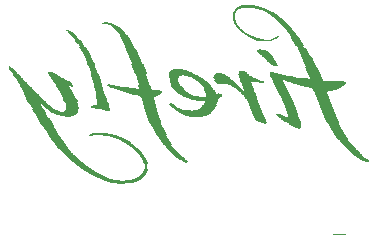
<source format=gbr>
G04 EAGLE Gerber X2 export*
%TF.Part,Single*%
%TF.FileFunction,Legend,Bot,1*%
%TF.FilePolarity,Positive*%
%TF.GenerationSoftware,Autodesk,EAGLE,8.7.1*%
%TF.CreationDate,2018-04-12T17:58:56Z*%
G75*
%MOMM*%
%FSLAX34Y34*%
%LPD*%
%AMOC8*
5,1,8,0,0,1.08239X$1,22.5*%
G01*
%ADD10R,0.704850X0.019050*%
%ADD11R,1.123950X0.019050*%
%ADD12R,1.390650X0.019050*%
%ADD13R,1.619250X0.019050*%
%ADD14R,1.828800X0.019050*%
%ADD15R,2.000250X0.019050*%
%ADD16R,2.152650X0.019050*%
%ADD17R,2.305050X0.019050*%
%ADD18R,2.419350X0.019050*%
%ADD19R,2.552700X0.019050*%
%ADD20R,1.009650X0.019050*%
%ADD21R,1.219200X0.019050*%
%ADD22R,0.838200X0.019050*%
%ADD23R,0.990600X0.019050*%
%ADD24R,0.762000X0.019050*%
%ADD25R,0.933450X0.019050*%
%ADD26R,0.723900X0.019050*%
%ADD27R,0.876300X0.019050*%
%ADD28R,0.685800X0.019050*%
%ADD29R,0.819150X0.019050*%
%ADD30R,0.666750X0.019050*%
%ADD31R,0.800100X0.019050*%
%ADD32R,0.628650X0.019050*%
%ADD33R,0.781050X0.019050*%
%ADD34R,0.609600X0.019050*%
%ADD35R,0.571500X0.019050*%
%ADD36R,0.742950X0.019050*%
%ADD37R,0.533400X0.019050*%
%ADD38R,0.495300X0.019050*%
%ADD39R,0.476250X0.019050*%
%ADD40R,0.457200X0.019050*%
%ADD41R,0.438150X0.019050*%
%ADD42R,0.419100X0.019050*%
%ADD43R,0.400050X0.019050*%
%ADD44R,0.381000X0.019050*%
%ADD45R,0.342900X0.019050*%
%ADD46R,0.323850X0.019050*%
%ADD47R,0.304800X0.019050*%
%ADD48R,0.285750X0.019050*%
%ADD49R,0.266700X0.019050*%
%ADD50R,0.647700X0.019050*%
%ADD51R,0.247650X0.019050*%
%ADD52R,0.228600X0.019050*%
%ADD53R,0.190500X0.019050*%
%ADD54R,0.114300X0.019050*%
%ADD55R,0.361950X0.019050*%
%ADD56R,0.514350X0.019050*%
%ADD57R,0.552450X0.019050*%
%ADD58R,0.590550X0.019050*%
%ADD59R,0.857250X0.019050*%
%ADD60R,0.895350X0.019050*%
%ADD61R,0.914400X0.019050*%
%ADD62R,1.066800X0.019050*%
%ADD63R,1.809750X0.019050*%
%ADD64R,1.638300X0.019050*%
%ADD65R,1.504950X0.019050*%
%ADD66R,1.276350X0.019050*%
%ADD67R,0.952500X0.019050*%
%ADD68R,0.971550X0.019050*%
%ADD69R,0.095250X0.019050*%
%ADD70R,0.171450X0.019050*%
%ADD71R,1.028700X0.019050*%
%ADD72R,1.047750X0.019050*%
%ADD73R,1.085850X0.019050*%
%ADD74R,1.162050X0.019050*%
%ADD75R,1.181100X0.019050*%
%ADD76R,1.238250X0.019050*%
%ADD77R,1.295400X0.019050*%
%ADD78R,1.314450X0.019050*%
%ADD79R,1.352550X0.019050*%
%ADD80R,1.409700X0.019050*%
%ADD81R,1.428750X0.019050*%
%ADD82R,1.447800X0.019050*%
%ADD83R,1.466850X0.019050*%
%ADD84R,1.485900X0.019050*%
%ADD85R,1.524000X0.019050*%
%ADD86R,1.543050X0.019050*%
%ADD87R,1.562100X0.019050*%
%ADD88R,1.581150X0.019050*%
%ADD89R,1.676400X0.019050*%
%ADD90R,1.924050X0.019050*%
%ADD91R,2.019300X0.019050*%
%ADD92R,2.095500X0.019050*%
%ADD93R,2.171700X0.019050*%
%ADD94R,2.228850X0.019050*%
%ADD95R,1.733550X0.019050*%
%ADD96R,2.362200X0.019050*%
%ADD97R,1.790700X0.019050*%
%ADD98R,2.438400X0.019050*%
%ADD99R,1.866900X0.019050*%
%ADD100R,2.495550X0.019050*%
%ADD101R,2.533650X0.019050*%
%ADD102R,1.981200X0.019050*%
%ADD103R,2.590800X0.019050*%
%ADD104R,2.038350X0.019050*%
%ADD105R,2.647950X0.019050*%
%ADD106R,2.076450X0.019050*%
%ADD107R,2.686050X0.019050*%
%ADD108R,2.133600X0.019050*%
%ADD109R,2.743200X0.019050*%
%ADD110R,1.200150X0.019050*%
%ADD111R,2.800350X0.019050*%
%ADD112R,2.838450X0.019050*%
%ADD113R,1.143000X0.019050*%
%ADD114R,2.895600X0.019050*%
%ADD115R,2.933700X0.019050*%
%ADD116R,1.104900X0.019050*%
%ADD117R,1.695450X0.019050*%
%ADD118R,1.371600X0.019050*%
%ADD119R,1.333500X0.019050*%
%ADD120R,1.257300X0.019050*%
%ADD121R,1.657350X0.019050*%
%ADD122R,1.905000X0.019050*%
%ADD123R,2.209800X0.019050*%
%ADD124R,2.286000X0.019050*%
%ADD125R,2.457450X0.019050*%
%ADD126R,2.609850X0.019050*%
%ADD127R,2.705100X0.019050*%
%ADD128R,2.762250X0.019050*%
%ADD129R,2.857500X0.019050*%
%ADD130R,1.600200X0.019050*%
%ADD131R,2.190750X0.019050*%
%ADD132R,0.152400X0.019050*%
%ADD133R,0.076200X0.019050*%
%ADD134R,2.400300X0.019050*%
%ADD135R,2.476500X0.019050*%
%ADD136R,2.571750X0.019050*%
%ADD137R,2.914650X0.019050*%
%ADD138R,2.990850X0.019050*%
%ADD139R,3.048000X0.019050*%
%ADD140R,3.143250X0.019050*%
%ADD141R,3.200400X0.019050*%
%ADD142R,3.238500X0.019050*%
%ADD143R,3.162300X0.019050*%
%ADD144R,2.724150X0.019050*%
%ADD145R,2.781300X0.019050*%
%ADD146R,1.771650X0.019050*%
%ADD147R,2.819400X0.019050*%
%ADD148R,1.943100X0.019050*%
%ADD149R,1.714500X0.019050*%
%ADD150R,2.266950X0.019050*%
%ADD151R,2.324100X0.019050*%
%ADD152R,2.381250X0.019050*%
%ADD153R,3.028950X0.019050*%
%ADD154R,3.257550X0.019050*%
%ADD155R,3.371850X0.019050*%
%ADD156R,3.467100X0.019050*%
%ADD157R,3.562350X0.019050*%
%ADD158R,3.657600X0.019050*%
%ADD159R,3.771900X0.019050*%
%ADD160R,3.867150X0.019050*%
%ADD161R,3.962400X0.019050*%
%ADD162R,4.038600X0.019050*%
%ADD163R,4.114800X0.019050*%
%ADD164R,4.210050X0.019050*%
%ADD165R,0.209550X0.019050*%
%ADD166R,4.267200X0.019050*%
%ADD167R,4.343400X0.019050*%
%ADD168R,4.400550X0.019050*%
%ADD169R,4.476750X0.019050*%
%ADD170R,0.019050X0.019050*%
%ADD171R,0.057150X0.019050*%
%ADD172R,4.533900X0.019050*%
%ADD173R,4.572000X0.019050*%
%ADD174R,4.610100X0.019050*%
%ADD175R,4.514850X0.019050*%
%ADD176R,3.924300X0.019050*%
%ADD177R,3.333750X0.019050*%
%ADD178R,3.124200X0.019050*%
%ADD179R,3.276600X0.019050*%
%ADD180R,4.286250X0.019050*%
%ADD181R,3.086100X0.019050*%
%ADD182R,2.114550X0.019050*%
%ADD183R,1.847850X0.019050*%
%ADD184R,1.752600X0.019050*%
%ADD185R,2.247900X0.019050*%
%ADD186R,1.962150X0.019050*%
%ADD187R,0.133350X0.019050*%
%ADD188R,0.038100X0.019050*%
%ADD189C,0.000000*%


D10*
X631254Y488506D03*
D11*
X631444Y488696D03*
D12*
X631444Y488887D03*
D13*
X631635Y489077D03*
D14*
X631730Y489268D03*
D15*
X631825Y489458D03*
D16*
X632016Y489649D03*
D17*
X632016Y489839D03*
D18*
X632016Y490030D03*
D19*
X631920Y490220D03*
D20*
X640017Y490411D03*
D21*
X624872Y490411D03*
D22*
X641445Y490601D03*
D23*
X623157Y490601D03*
D24*
X642207Y490792D03*
D25*
X622300Y490792D03*
D26*
X642779Y490982D03*
D27*
X621443Y490982D03*
D28*
X643350Y491173D03*
D29*
X620776Y491173D03*
D30*
X643827Y491363D03*
D31*
X620109Y491363D03*
D32*
X644208Y491554D03*
D33*
X619633Y491554D03*
D34*
X644684Y491744D03*
D33*
X619062Y491744D03*
D35*
X645065Y491935D03*
D36*
X618490Y491935D03*
D35*
X645446Y492125D03*
D36*
X617919Y492125D03*
D37*
X645827Y492316D03*
D36*
X617538Y492316D03*
D38*
X646208Y492506D03*
D26*
X617061Y492506D03*
D39*
X646494Y492697D03*
D26*
X616680Y492697D03*
D40*
X646970Y492887D03*
D10*
X616204Y492887D03*
D41*
X647256Y493078D03*
D26*
X615728Y493078D03*
D42*
X647541Y493268D03*
D10*
X615252Y493268D03*
D43*
X647827Y493459D03*
D10*
X614871Y493459D03*
D44*
X648113Y493649D03*
D10*
X614490Y493649D03*
D45*
X648303Y493840D03*
D10*
X614109Y493840D03*
D46*
X648589Y494030D03*
D28*
X613632Y494030D03*
D46*
X648780Y494221D03*
D28*
X613251Y494221D03*
D47*
X649065Y494411D03*
D28*
X612870Y494411D03*
D47*
X649256Y494602D03*
D28*
X612489Y494602D03*
D47*
X649446Y494792D03*
D28*
X612108Y494792D03*
D48*
X649732Y494983D03*
D28*
X611727Y494983D03*
D49*
X649827Y495173D03*
D28*
X611346Y495173D03*
D49*
X650018Y495364D03*
D30*
X611061Y495364D03*
D48*
X650113Y495554D03*
D30*
X610680Y495554D03*
D48*
X650304Y495745D03*
D30*
X610299Y495745D03*
D49*
X650399Y495935D03*
D30*
X609918Y495935D03*
D49*
X650589Y496126D03*
D30*
X609537Y496126D03*
D49*
X650780Y496316D03*
D30*
X609156Y496316D03*
D49*
X650780Y496507D03*
D50*
X608870Y496507D03*
D49*
X650970Y496697D03*
D30*
X608584Y496697D03*
D51*
X651066Y496888D03*
D30*
X608203Y496888D03*
D49*
X651161Y497078D03*
D50*
X607917Y497078D03*
D49*
X651351Y497269D03*
D50*
X607536Y497269D03*
D49*
X651351Y497459D03*
D50*
X607155Y497459D03*
D51*
X651447Y497650D03*
D50*
X606965Y497650D03*
D49*
X651542Y497840D03*
D50*
X606584Y497840D03*
D51*
X651637Y498031D03*
D50*
X606203Y498031D03*
D49*
X651732Y498221D03*
D32*
X605917Y498221D03*
D49*
X651732Y498412D03*
D32*
X605536Y498412D03*
D49*
X651923Y498602D03*
D32*
X605346Y498602D03*
D49*
X651923Y498793D03*
D32*
X604965Y498793D03*
D51*
X652018Y498983D03*
D50*
X604679Y498983D03*
D49*
X652113Y499174D03*
D32*
X604393Y499174D03*
D49*
X652113Y499364D03*
D32*
X604012Y499364D03*
D51*
X652209Y499555D03*
D50*
X603726Y499555D03*
D51*
X652209Y499745D03*
D32*
X603441Y499745D03*
D49*
X652304Y499936D03*
D50*
X603155Y499936D03*
D49*
X652304Y500126D03*
D32*
X602869Y500126D03*
D51*
X652399Y500317D03*
D50*
X602583Y500317D03*
D51*
X652399Y500507D03*
D32*
X602298Y500507D03*
D51*
X652399Y500698D03*
D32*
X602107Y500698D03*
D51*
X652399Y500888D03*
D32*
X601726Y500888D03*
D51*
X652399Y501079D03*
D32*
X601536Y501079D03*
D51*
X652399Y501269D03*
D32*
X601155Y501269D03*
D51*
X652399Y501460D03*
D32*
X600964Y501460D03*
D51*
X652590Y501650D03*
D32*
X600583Y501650D03*
D51*
X652590Y501841D03*
D32*
X600393Y501841D03*
D51*
X652590Y502031D03*
D50*
X600107Y502031D03*
D51*
X652590Y502222D03*
D32*
X599821Y502222D03*
D51*
X652590Y502412D03*
D50*
X599535Y502412D03*
D51*
X652590Y502603D03*
D50*
X599345Y502603D03*
D52*
X652494Y502793D03*
D32*
X599059Y502793D03*
D52*
X652494Y502984D03*
D50*
X598773Y502984D03*
D52*
X652494Y503174D03*
D50*
X598583Y503174D03*
D51*
X652399Y503365D03*
D32*
X598297Y503365D03*
D51*
X652399Y503555D03*
D50*
X598011Y503555D03*
D51*
X652399Y503746D03*
D50*
X597821Y503746D03*
D51*
X652399Y503936D03*
D50*
X597630Y503936D03*
D51*
X652399Y504127D03*
D50*
X597249Y504127D03*
D51*
X652399Y504317D03*
D50*
X597059Y504317D03*
D51*
X652399Y504508D03*
D50*
X596868Y504508D03*
D51*
X652399Y504698D03*
D30*
X596583Y504698D03*
D49*
X652304Y504889D03*
D50*
X596297Y504889D03*
D49*
X652304Y505079D03*
D50*
X596106Y505079D03*
D51*
X652209Y505270D03*
D30*
X595821Y505270D03*
D51*
X652209Y505460D03*
D30*
X595630Y505460D03*
D49*
X652113Y505651D03*
D30*
X595440Y505651D03*
D49*
X652113Y505841D03*
D28*
X595154Y505841D03*
D49*
X652113Y506032D03*
D30*
X594868Y506032D03*
D51*
X652018Y506222D03*
D30*
X594678Y506222D03*
D53*
X686594Y506413D03*
D49*
X651923Y506413D03*
D30*
X594487Y506413D03*
D54*
X840708Y506603D03*
D51*
X686308Y506603D03*
D49*
X651923Y506603D03*
D30*
X594297Y506603D03*
D53*
X840327Y506794D03*
D47*
X686022Y506794D03*
D51*
X651828Y506794D03*
D28*
X594011Y506794D03*
D51*
X840042Y506984D03*
D45*
X685832Y506984D03*
D49*
X651732Y506984D03*
D30*
X593725Y506984D03*
D47*
X839756Y507175D03*
D55*
X685546Y507175D03*
D49*
X651732Y507175D03*
D30*
X593535Y507175D03*
D55*
X839280Y507365D03*
D44*
X685260Y507365D03*
D49*
X651542Y507365D03*
D30*
X593344Y507365D03*
D42*
X838803Y507556D03*
D43*
X684975Y507556D03*
D49*
X651542Y507556D03*
D28*
X593058Y507556D03*
D40*
X838422Y507746D03*
D42*
X684689Y507746D03*
D51*
X651447Y507746D03*
D28*
X592868Y507746D03*
D38*
X838041Y507937D03*
D42*
X684498Y507937D03*
D49*
X651351Y507937D03*
D28*
X592677Y507937D03*
D56*
X837756Y508127D03*
D42*
X684117Y508127D03*
D51*
X651256Y508127D03*
D28*
X592487Y508127D03*
D57*
X837375Y508318D03*
D42*
X683736Y508318D03*
D49*
X651161Y508318D03*
D28*
X592296Y508318D03*
D35*
X837089Y508508D03*
D42*
X683546Y508508D03*
D51*
X651066Y508508D03*
D10*
X592011Y508508D03*
D35*
X836708Y508699D03*
D41*
X683260Y508699D03*
D49*
X650970Y508699D03*
D10*
X591820Y508699D03*
D58*
X836422Y508889D03*
D41*
X683070Y508889D03*
D51*
X650875Y508889D03*
D28*
X591534Y508889D03*
D35*
X836136Y509080D03*
D41*
X682689Y509080D03*
D49*
X650780Y509080D03*
D28*
X591344Y509080D03*
D35*
X835755Y509270D03*
D41*
X682498Y509270D03*
D51*
X650685Y509270D03*
D28*
X591153Y509270D03*
D58*
X835470Y509461D03*
D40*
X682212Y509461D03*
D49*
X650589Y509461D03*
D28*
X590963Y509461D03*
D35*
X835184Y509651D03*
D40*
X682022Y509651D03*
D51*
X650494Y509651D03*
D10*
X590677Y509651D03*
D58*
X834898Y509842D03*
D40*
X681831Y509842D03*
D51*
X650304Y509842D03*
D10*
X590487Y509842D03*
D58*
X834708Y510032D03*
D39*
X681546Y510032D03*
D49*
X650208Y510032D03*
D10*
X590296Y510032D03*
D35*
X834422Y510223D03*
D40*
X681260Y510223D03*
D51*
X650113Y510223D03*
D10*
X590106Y510223D03*
D58*
X834136Y510413D03*
D40*
X681069Y510413D03*
D51*
X649923Y510413D03*
D10*
X589915Y510413D03*
D58*
X833946Y510604D03*
D39*
X680784Y510604D03*
D49*
X649827Y510604D03*
D10*
X589725Y510604D03*
D58*
X833755Y510794D03*
D39*
X680593Y510794D03*
D51*
X649732Y510794D03*
D10*
X589534Y510794D03*
D58*
X833565Y510985D03*
D39*
X680403Y510985D03*
D51*
X649542Y510985D03*
D10*
X589344Y510985D03*
D58*
X833374Y511175D03*
D39*
X680212Y511175D03*
D49*
X649446Y511175D03*
D10*
X589153Y511175D03*
D58*
X832993Y511366D03*
D38*
X679926Y511366D03*
D51*
X649351Y511366D03*
D10*
X588963Y511366D03*
D58*
X832803Y511556D03*
D38*
X679736Y511556D03*
D51*
X649161Y511556D03*
D26*
X588677Y511556D03*
D58*
X832612Y511747D03*
D38*
X679545Y511747D03*
D49*
X649065Y511747D03*
D10*
X588391Y511747D03*
D58*
X832422Y511937D03*
D38*
X679355Y511937D03*
D49*
X648875Y511937D03*
D10*
X588201Y511937D03*
D58*
X832231Y512128D03*
D38*
X679164Y512128D03*
D51*
X648780Y512128D03*
D10*
X588010Y512128D03*
D34*
X831945Y512318D03*
D56*
X678879Y512318D03*
D51*
X648589Y512318D03*
D10*
X587820Y512318D03*
D34*
X831755Y512509D03*
D56*
X678688Y512509D03*
D51*
X648399Y512509D03*
D10*
X587629Y512509D03*
D34*
X831564Y512699D03*
D56*
X678498Y512699D03*
D49*
X648303Y512699D03*
D10*
X587439Y512699D03*
D34*
X831374Y512890D03*
D56*
X678307Y512890D03*
D49*
X648113Y512890D03*
D10*
X587248Y512890D03*
D34*
X831183Y513080D03*
D56*
X678117Y513080D03*
D51*
X648018Y513080D03*
D10*
X587058Y513080D03*
D58*
X830898Y513271D03*
D56*
X677926Y513271D03*
D51*
X647827Y513271D03*
D10*
X586867Y513271D03*
D58*
X830707Y513461D03*
D56*
X677736Y513461D03*
D51*
X647637Y513461D03*
D10*
X586677Y513461D03*
D58*
X830517Y513652D03*
D37*
X677450Y513652D03*
D49*
X647541Y513652D03*
D10*
X586486Y513652D03*
D34*
X830231Y513842D03*
D37*
X677259Y513842D03*
D49*
X647351Y513842D03*
D10*
X586296Y513842D03*
D34*
X830040Y514033D03*
D37*
X677069Y514033D03*
D49*
X647160Y514033D03*
D10*
X586105Y514033D03*
D34*
X829850Y514223D03*
D37*
X676878Y514223D03*
D49*
X646970Y514223D03*
D10*
X585915Y514223D03*
D34*
X829659Y514414D03*
D37*
X676688Y514414D03*
D49*
X646779Y514414D03*
D10*
X585724Y514414D03*
D34*
X829469Y514604D03*
D37*
X676497Y514604D03*
D49*
X646589Y514604D03*
D10*
X585534Y514604D03*
D34*
X829278Y514795D03*
D37*
X676307Y514795D03*
D49*
X646398Y514795D03*
D10*
X585343Y514795D03*
D34*
X829088Y514985D03*
D37*
X676116Y514985D03*
D49*
X646208Y514985D03*
D26*
X585248Y514985D03*
D34*
X828897Y515176D03*
D37*
X675926Y515176D03*
D48*
X646113Y515176D03*
D26*
X585057Y515176D03*
D34*
X828707Y515366D03*
D37*
X675735Y515366D03*
D48*
X645922Y515366D03*
D26*
X584867Y515366D03*
D34*
X828516Y515557D03*
D37*
X675545Y515557D03*
D48*
X645732Y515557D03*
D26*
X584676Y515557D03*
D34*
X828326Y515747D03*
D37*
X675354Y515747D03*
D48*
X645541Y515747D03*
D26*
X584486Y515747D03*
D34*
X828135Y515938D03*
D37*
X675164Y515938D03*
D48*
X645351Y515938D03*
D26*
X584295Y515938D03*
D34*
X827945Y516128D03*
D37*
X674973Y516128D03*
D48*
X645160Y516128D03*
D26*
X584105Y516128D03*
D34*
X827754Y516319D03*
D37*
X674783Y516319D03*
D48*
X644970Y516319D03*
D26*
X583914Y516319D03*
D32*
X827469Y516509D03*
D37*
X674592Y516509D03*
D48*
X644779Y516509D03*
D36*
X583819Y516509D03*
D32*
X827278Y516700D03*
D37*
X674402Y516700D03*
D47*
X644493Y516700D03*
D36*
X583629Y516700D03*
D32*
X827088Y516890D03*
D37*
X674211Y516890D03*
D47*
X644303Y516890D03*
D26*
X583533Y516890D03*
D32*
X826897Y517081D03*
D37*
X674021Y517081D03*
D47*
X644112Y517081D03*
D26*
X583343Y517081D03*
D32*
X826707Y517271D03*
D37*
X673830Y517271D03*
D47*
X643922Y517271D03*
D26*
X583152Y517271D03*
D32*
X826516Y517462D03*
D37*
X673640Y517462D03*
D47*
X643731Y517462D03*
D36*
X583057Y517462D03*
D32*
X826326Y517652D03*
D37*
X673449Y517652D03*
D47*
X643541Y517652D03*
D36*
X582867Y517652D03*
D50*
X826230Y517843D03*
D56*
X673354Y517843D03*
D46*
X643255Y517843D03*
D36*
X582676Y517843D03*
D50*
X826040Y518033D03*
D56*
X673164Y518033D03*
D46*
X643065Y518033D03*
D24*
X582581Y518033D03*
D50*
X825849Y518224D03*
D37*
X673068Y518224D03*
D46*
X642874Y518224D03*
D24*
X582390Y518224D03*
D50*
X825659Y518414D03*
D37*
X672878Y518414D03*
D45*
X642588Y518414D03*
D24*
X582200Y518414D03*
D50*
X825468Y518605D03*
D37*
X672687Y518605D03*
D45*
X642398Y518605D03*
D24*
X582009Y518605D03*
D50*
X825278Y518795D03*
D37*
X672497Y518795D03*
D46*
X642112Y518795D03*
D33*
X581914Y518795D03*
D50*
X825087Y518986D03*
D37*
X672306Y518986D03*
D46*
X641922Y518986D03*
D33*
X581724Y518986D03*
D50*
X824897Y519176D03*
D37*
X672116Y519176D03*
D45*
X641636Y519176D03*
D33*
X581533Y519176D03*
D50*
X824706Y519367D03*
D37*
X672116Y519367D03*
D45*
X641445Y519367D03*
D31*
X581438Y519367D03*
D50*
X824516Y519557D03*
D37*
X671925Y519557D03*
D45*
X641255Y519557D03*
D33*
X581343Y519557D03*
D50*
X824325Y519748D03*
D37*
X671735Y519748D03*
D55*
X640969Y519748D03*
D33*
X581152Y519748D03*
D50*
X824135Y519938D03*
D37*
X671544Y519938D03*
D55*
X640779Y519938D03*
D31*
X581057Y519938D03*
D30*
X824040Y520129D03*
D57*
X671449Y520129D03*
D45*
X640493Y520129D03*
D31*
X580866Y520129D03*
D50*
X823754Y520319D03*
D35*
X671354Y520319D03*
D55*
X640207Y520319D03*
D29*
X580771Y520319D03*
D30*
X823659Y520510D03*
D57*
X671259Y520510D03*
D55*
X640017Y520510D03*
D29*
X580581Y520510D03*
D30*
X823468Y520700D03*
D35*
X671163Y520700D03*
D44*
X639731Y520700D03*
D29*
X580390Y520700D03*
D30*
X823278Y520891D03*
D58*
X671068Y520891D03*
D44*
X639540Y520891D03*
D22*
X580295Y520891D03*
D30*
X823087Y521081D03*
D58*
X670878Y521081D03*
D43*
X639255Y521081D03*
D29*
X580200Y521081D03*
D30*
X822897Y521272D03*
D34*
X670782Y521272D03*
D44*
X638969Y521272D03*
D29*
X580009Y521272D03*
D30*
X822706Y521462D03*
D58*
X670687Y521462D03*
D44*
X638778Y521462D03*
D22*
X579914Y521462D03*
D30*
X822516Y521653D03*
D34*
X670592Y521653D03*
D43*
X638493Y521653D03*
D22*
X579723Y521653D03*
D28*
X822420Y521843D03*
D34*
X670401Y521843D03*
D43*
X638302Y521843D03*
D59*
X579628Y521843D03*
D28*
X822230Y522034D03*
D34*
X670211Y522034D03*
D43*
X637921Y522034D03*
D59*
X579438Y522034D03*
D28*
X822039Y522224D03*
D32*
X670116Y522224D03*
D42*
X637635Y522224D03*
D59*
X579247Y522224D03*
D30*
X821944Y522415D03*
D34*
X670020Y522415D03*
D42*
X637445Y522415D03*
D59*
X579247Y522415D03*
D30*
X821754Y522605D03*
D32*
X669925Y522605D03*
D41*
X637159Y522605D03*
D59*
X579057Y522605D03*
D28*
X821658Y522796D03*
D32*
X669735Y522796D03*
D42*
X636873Y522796D03*
D59*
X578866Y522796D03*
D28*
X821468Y522986D03*
D50*
X669639Y522986D03*
D41*
X636588Y522986D03*
D27*
X578771Y522986D03*
D28*
X821277Y523177D03*
D50*
X669449Y523177D03*
D41*
X636207Y523177D03*
D59*
X578676Y523177D03*
D28*
X821087Y523367D03*
D32*
X669354Y523367D03*
D41*
X636016Y523367D03*
D59*
X578485Y523367D03*
D10*
X820992Y523558D03*
D50*
X669258Y523558D03*
D40*
X635730Y523558D03*
D27*
X578390Y523558D03*
D10*
X820801Y523748D03*
D50*
X669068Y523748D03*
D40*
X635349Y523748D03*
D27*
X578199Y523748D03*
D10*
X820611Y523939D03*
D30*
X668973Y523939D03*
D40*
X635159Y523939D03*
D27*
X578009Y523939D03*
D26*
X820515Y524129D03*
D50*
X668877Y524129D03*
D40*
X634778Y524129D03*
D60*
X577914Y524129D03*
D26*
X820325Y524320D03*
D50*
X668687Y524320D03*
D39*
X634492Y524320D03*
D27*
X577818Y524320D03*
D26*
X820134Y524510D03*
D30*
X668592Y524510D03*
D39*
X634111Y524510D03*
D27*
X577628Y524510D03*
D26*
X820134Y524701D03*
D30*
X668401Y524701D03*
D38*
X633825Y524701D03*
D60*
X577533Y524701D03*
D26*
X819944Y524891D03*
D30*
X668401Y524891D03*
D39*
X633540Y524891D03*
D60*
X577342Y524891D03*
D36*
X819849Y525082D03*
D30*
X668211Y525082D03*
D39*
X633159Y525082D03*
D27*
X577247Y525082D03*
D36*
X819658Y525272D03*
D28*
X668115Y525272D03*
D38*
X632873Y525272D03*
D27*
X577056Y525272D03*
D24*
X819563Y525463D03*
D30*
X668020Y525463D03*
D38*
X632492Y525463D03*
D60*
X576961Y525463D03*
D24*
X819372Y525653D03*
D28*
X667925Y525653D03*
D38*
X632111Y525653D03*
D60*
X576771Y525653D03*
D24*
X819182Y525844D03*
D28*
X667734Y525844D03*
D38*
X631730Y525844D03*
D27*
X576675Y525844D03*
D24*
X819182Y526034D03*
D10*
X667639Y526034D03*
D38*
X631349Y526034D03*
D60*
X576580Y526034D03*
D24*
X818991Y526225D03*
D28*
X667544Y526225D03*
D56*
X630873Y526225D03*
D60*
X576390Y526225D03*
D33*
X818896Y526415D03*
D10*
X667449Y526415D03*
D56*
X630492Y526415D03*
D60*
X576199Y526415D03*
D33*
X818706Y526606D03*
D10*
X667258Y526606D03*
D38*
X630015Y526606D03*
D60*
X576199Y526606D03*
D33*
X818515Y526796D03*
D10*
X667258Y526796D03*
D56*
X629539Y526796D03*
D60*
X576009Y526796D03*
D33*
X818325Y526987D03*
D10*
X667068Y526987D03*
D56*
X629158Y526987D03*
D60*
X575818Y526987D03*
D31*
X818229Y527177D03*
D26*
X666972Y527177D03*
D56*
X628587Y527177D03*
D27*
X575723Y527177D03*
D33*
X818134Y527368D03*
D26*
X666782Y527368D03*
D37*
X628110Y527368D03*
D60*
X575628Y527368D03*
D33*
X817944Y527558D03*
D26*
X666782Y527558D03*
D57*
X627444Y527558D03*
D60*
X575437Y527558D03*
D33*
X817753Y527749D03*
D26*
X666591Y527749D03*
D35*
X626967Y527749D03*
D27*
X575342Y527749D03*
D33*
X817563Y527939D03*
D36*
X666496Y527939D03*
D58*
X626301Y527939D03*
D27*
X575151Y527939D03*
D31*
X817467Y528130D03*
D26*
X666401Y528130D03*
D32*
X625729Y528130D03*
D60*
X575056Y528130D03*
D33*
X817372Y528320D03*
D36*
X666306Y528320D03*
D50*
X625062Y528320D03*
D27*
X574961Y528320D03*
D33*
X817182Y528511D03*
D24*
X666210Y528511D03*
D30*
X624396Y528511D03*
D27*
X574770Y528511D03*
D31*
X817086Y528701D03*
D36*
X666115Y528701D03*
D26*
X623538Y528701D03*
D27*
X574580Y528701D03*
D31*
X816896Y528892D03*
D24*
X666020Y528892D03*
X622586Y528892D03*
D27*
X574580Y528892D03*
D33*
X816801Y529082D03*
D24*
X665829Y529082D03*
D29*
X621729Y529082D03*
D53*
X604869Y529082D03*
D27*
X574389Y529082D03*
D31*
X816705Y529273D03*
D24*
X665829Y529273D03*
D61*
X620681Y529273D03*
D49*
X605822Y529273D03*
D59*
X574294Y529273D03*
D31*
X816515Y529463D03*
D33*
X665734Y529463D03*
D62*
X619157Y529463D03*
D44*
X606774Y529463D03*
D59*
X574104Y529463D03*
D29*
X816420Y529654D03*
D33*
X665544Y529654D03*
D63*
X614490Y529654D03*
D27*
X574008Y529654D03*
D29*
X816420Y529844D03*
D33*
X665544Y529844D03*
D64*
X614394Y529844D03*
D59*
X573913Y529844D03*
D29*
X816229Y530035D03*
D33*
X665353Y530035D03*
D65*
X614299Y530035D03*
D59*
X573723Y530035D03*
D22*
X816134Y530225D03*
D33*
X665353Y530225D03*
D66*
X613918Y530225D03*
D59*
X573723Y530225D03*
X816039Y530416D03*
D33*
X665163Y530416D03*
D62*
X613823Y530416D03*
D59*
X573532Y530416D03*
D22*
X815943Y530606D03*
D33*
X665163Y530606D03*
D26*
X613442Y530606D03*
D59*
X573532Y530606D03*
X815848Y530797D03*
D33*
X664972Y530797D03*
D59*
X573342Y530797D03*
D27*
X815753Y530987D03*
D31*
X664877Y530987D03*
D22*
X573246Y530987D03*
D59*
X815658Y531178D03*
D33*
X664782Y531178D03*
D59*
X573151Y531178D03*
D27*
X815562Y531368D03*
D33*
X664782Y531368D03*
D22*
X573056Y531368D03*
D60*
X815467Y531559D03*
D33*
X664591Y531559D03*
D59*
X572961Y531559D03*
D60*
X815277Y531749D03*
D33*
X664591Y531749D03*
D22*
X572865Y531749D03*
D60*
X815277Y531940D03*
D33*
X664401Y531940D03*
D22*
X572675Y531940D03*
D60*
X815086Y532130D03*
D31*
X664305Y532130D03*
D22*
X572675Y532130D03*
D60*
X815086Y532321D03*
D33*
X664210Y532321D03*
D22*
X572484Y532321D03*
D60*
X814896Y532511D03*
D24*
X664115Y532511D03*
D22*
X572484Y532511D03*
D60*
X814705Y532702D03*
D33*
X664020Y532702D03*
D22*
X572294Y532702D03*
D60*
X814705Y532892D03*
D33*
X663829Y532892D03*
D29*
X572199Y532892D03*
D60*
X814515Y533083D03*
D33*
X663829Y533083D03*
D22*
X572103Y533083D03*
D61*
X814419Y533273D03*
D33*
X663639Y533273D03*
D22*
X571913Y533273D03*
D60*
X814324Y533464D03*
D24*
X663543Y533464D03*
D59*
X571818Y533464D03*
D60*
X814134Y533654D03*
D33*
X663448Y533654D03*
D22*
X571722Y533654D03*
D60*
X813943Y533845D03*
D24*
X663353Y533845D03*
D59*
X571627Y533845D03*
D60*
X813943Y534035D03*
D33*
X663258Y534035D03*
D59*
X571437Y534035D03*
D60*
X813753Y534226D03*
D24*
X663162Y534226D03*
D22*
X571341Y534226D03*
D27*
X813657Y534416D03*
D33*
X663067Y534416D03*
D59*
X571246Y534416D03*
D60*
X813562Y534607D03*
D33*
X662877Y534607D03*
D59*
X571056Y534607D03*
D27*
X813467Y534797D03*
D33*
X662877Y534797D03*
D27*
X570960Y534797D03*
X813276Y534988D03*
D54*
X782225Y534988D03*
D33*
X662686Y534988D03*
D27*
X570770Y534988D03*
D60*
X813181Y535178D03*
D51*
X781939Y535178D03*
D33*
X662686Y535178D03*
D60*
X570675Y535178D03*
D27*
X813086Y535369D03*
D46*
X781749Y535369D03*
D31*
X662591Y535369D03*
D27*
X570579Y535369D03*
X812895Y535559D03*
D43*
X781558Y535559D03*
D31*
X662400Y535559D03*
D60*
X570484Y535559D03*
D27*
X812895Y535750D03*
D41*
X781368Y535750D03*
D31*
X662400Y535750D03*
D60*
X570294Y535750D03*
D27*
X812705Y535940D03*
D38*
X781082Y535940D03*
D31*
X662210Y535940D03*
D60*
X570103Y535940D03*
D27*
X812705Y536131D03*
D57*
X780987Y536131D03*
D29*
X662115Y536131D03*
D60*
X570103Y536131D03*
D27*
X812514Y536321D03*
D58*
X780796Y536321D03*
D29*
X662115Y536321D03*
D60*
X569913Y536321D03*
X812419Y536512D03*
D32*
X780606Y536512D03*
D29*
X661924Y536512D03*
D61*
X569817Y536512D03*
D27*
X812324Y536702D03*
D30*
X780415Y536702D03*
D22*
X661829Y536702D03*
D60*
X569722Y536702D03*
X812229Y536893D03*
D10*
X780225Y536893D03*
D29*
X661734Y536893D03*
D61*
X569627Y536893D03*
D27*
X812133Y537083D03*
D36*
X780034Y537083D03*
D22*
X661638Y537083D03*
D61*
X569436Y537083D03*
D60*
X812038Y537274D03*
D33*
X779844Y537274D03*
D59*
X661543Y537274D03*
D61*
X569436Y537274D03*
D27*
X811943Y537464D03*
D31*
X779748Y537464D03*
D59*
X661353Y537464D03*
D61*
X569246Y537464D03*
D60*
X811848Y537655D03*
D22*
X779558Y537655D03*
D59*
X661353Y537655D03*
D25*
X569151Y537655D03*
D27*
X811752Y537845D03*
D22*
X779367Y537845D03*
D27*
X661257Y537845D03*
D61*
X569055Y537845D03*
D60*
X811657Y538036D03*
D27*
X779177Y538036D03*
D59*
X661162Y538036D03*
D25*
X568960Y538036D03*
D60*
X811467Y538226D03*
X779082Y538226D03*
D27*
X661067Y538226D03*
D25*
X568770Y538226D03*
D60*
X811467Y538417D03*
D25*
X778891Y538417D03*
D60*
X660972Y538417D03*
D25*
X568770Y538417D03*
D61*
X811371Y538607D03*
D67*
X778796Y538607D03*
D27*
X660876Y538607D03*
D25*
X568579Y538607D03*
D60*
X811276Y538798D03*
D68*
X778701Y538798D03*
D60*
X660781Y538798D03*
D67*
X568484Y538798D03*
D61*
X811181Y538988D03*
D68*
X778510Y538988D03*
D69*
X753555Y538988D03*
D61*
X660686Y538988D03*
D25*
X568389Y538988D03*
D61*
X811181Y539179D03*
D20*
X778320Y539179D03*
D70*
X753364Y539179D03*
D60*
X660591Y539179D03*
D67*
X568293Y539179D03*
D61*
X810990Y539369D03*
D71*
X778224Y539369D03*
D51*
X753174Y539369D03*
D61*
X660495Y539369D03*
D67*
X568103Y539369D03*
D25*
X810895Y539560D03*
D72*
X778129Y539560D03*
D48*
X752793Y539560D03*
D61*
X660495Y539560D03*
D67*
X568103Y539560D03*
D61*
X810800Y539750D03*
D62*
X777843Y539750D03*
D45*
X752507Y539750D03*
D25*
X660400Y539750D03*
D67*
X567912Y539750D03*
D25*
X810705Y539941D03*
D73*
X777748Y539941D03*
D43*
X752221Y539941D03*
D61*
X660305Y539941D03*
D67*
X567722Y539941D03*
D61*
X810609Y540131D03*
D11*
X777558Y540131D03*
D41*
X752031Y540131D03*
D25*
X660210Y540131D03*
D67*
X567722Y540131D03*
D25*
X810514Y540322D03*
D74*
X777367Y540322D03*
D38*
X751745Y540322D03*
D67*
X660114Y540322D03*
X567531Y540322D03*
X810419Y540512D03*
D75*
X777081Y540512D03*
D37*
X751554Y540512D03*
D25*
X660019Y540512D03*
D68*
X567436Y540512D03*
D25*
X810324Y540703D03*
D76*
X776796Y540703D03*
D57*
X751269Y540703D03*
D67*
X659924Y540703D03*
X567341Y540703D03*
X810228Y540893D03*
D66*
X776605Y540893D03*
D58*
X751078Y540893D03*
D67*
X659924Y540893D03*
X567150Y540893D03*
X810228Y541084D03*
D77*
X776319Y541084D03*
D50*
X750792Y541084D03*
D68*
X659829Y541084D03*
D67*
X567150Y541084D03*
X810038Y541274D03*
D78*
X776224Y541274D03*
D30*
X750697Y541274D03*
D67*
X659733Y541274D03*
X566960Y541274D03*
D68*
X809943Y541465D03*
D79*
X776034Y541465D03*
D28*
X750411Y541465D03*
D68*
X659638Y541465D03*
D67*
X566769Y541465D03*
X809847Y541655D03*
D79*
X775843Y541655D03*
D26*
X750221Y541655D03*
D68*
X659638Y541655D03*
D67*
X566769Y541655D03*
D68*
X809752Y541846D03*
D12*
X775653Y541846D03*
D24*
X750030Y541846D03*
D68*
X659448Y541846D03*
D67*
X566579Y541846D03*
D23*
X809657Y542036D03*
D80*
X775557Y542036D03*
D24*
X749840Y542036D03*
D68*
X659448Y542036D03*
D25*
X566484Y542036D03*
D68*
X809562Y542227D03*
D81*
X775272Y542227D03*
D33*
X749745Y542227D03*
D68*
X659448Y542227D03*
D67*
X566388Y542227D03*
D23*
X809466Y542417D03*
D82*
X775176Y542417D03*
D33*
X749554Y542417D03*
D68*
X659257Y542417D03*
D67*
X566198Y542417D03*
D20*
X809371Y542608D03*
D83*
X775081Y542608D03*
D31*
X749459Y542608D03*
D68*
X659257Y542608D03*
D25*
X566103Y542608D03*
D23*
X809276Y542798D03*
D84*
X774795Y542798D03*
D29*
X749364Y542798D03*
D23*
X659162Y542798D03*
D25*
X565912Y542798D03*
D20*
X809181Y542989D03*
D65*
X774700Y542989D03*
D29*
X749173Y542989D03*
D68*
X659067Y542989D03*
D25*
X565722Y542989D03*
D71*
X809085Y543179D03*
D85*
X774605Y543179D03*
D22*
X749078Y543179D03*
D68*
X659067Y543179D03*
D61*
X565626Y543179D03*
D20*
X808990Y543370D03*
D86*
X774319Y543370D03*
D29*
X748983Y543370D03*
D23*
X658971Y543370D03*
D61*
X565436Y543370D03*
D71*
X808895Y543560D03*
D87*
X774224Y543560D03*
D22*
X748887Y543560D03*
D68*
X658876Y543560D03*
D60*
X565341Y543560D03*
D20*
X808800Y543751D03*
D88*
X774129Y543751D03*
D22*
X748697Y543751D03*
D23*
X658781Y543751D03*
D60*
X565150Y543751D03*
D71*
X808704Y543941D03*
D88*
X773938Y543941D03*
D22*
X748697Y543941D03*
D68*
X658686Y543941D03*
D60*
X564960Y543941D03*
D71*
X808704Y544132D03*
D61*
X777272Y544132D03*
D58*
X768604Y544132D03*
D59*
X748602Y544132D03*
D68*
X658686Y544132D03*
D27*
X564864Y544132D03*
D71*
X808514Y544322D03*
D60*
X777367Y544322D03*
D35*
X768318Y544322D03*
D59*
X748411Y544322D03*
D23*
X658590Y544322D03*
D27*
X564674Y544322D03*
D71*
X808514Y544513D03*
D27*
X777272Y544513D03*
D37*
X767937Y544513D03*
D59*
X748411Y544513D03*
D68*
X658495Y544513D03*
D27*
X564674Y544513D03*
D72*
X808419Y544703D03*
D27*
X777272Y544703D03*
D38*
X767556Y544703D03*
D59*
X748221Y544703D03*
D68*
X658495Y544703D03*
D27*
X564483Y544703D03*
D71*
X808323Y544894D03*
D59*
X777177Y544894D03*
D38*
X767175Y544894D03*
D59*
X748221Y544894D03*
D28*
X694976Y544894D03*
D68*
X658305Y544894D03*
D27*
X564293Y544894D03*
D71*
X808323Y545084D03*
D59*
X777177Y545084D03*
D39*
X766890Y545084D03*
D59*
X748030Y545084D03*
D23*
X695166Y545084D03*
D68*
X658305Y545084D03*
D27*
X564293Y545084D03*
D71*
X808133Y545275D03*
D59*
X777177Y545275D03*
D40*
X766604Y545275D03*
D59*
X748030Y545275D03*
D76*
X695071Y545275D03*
D67*
X658209Y545275D03*
D40*
X586010Y545275D03*
D27*
X564102Y545275D03*
D71*
X808133Y545465D03*
D22*
X777081Y545465D03*
D41*
X766318Y545465D03*
D59*
X747840Y545465D03*
D80*
X695166Y545465D03*
D68*
X658114Y545465D03*
D26*
X585819Y545465D03*
D59*
X564007Y545465D03*
D72*
X808038Y545656D03*
D22*
X777081Y545656D03*
D42*
X766032Y545656D03*
D59*
X747840Y545656D03*
D87*
X694976Y545656D03*
D68*
X658114Y545656D03*
D61*
X585629Y545656D03*
D27*
X563912Y545656D03*
D71*
X807942Y545846D03*
D22*
X777081Y545846D03*
D44*
X765651Y545846D03*
D59*
X747649Y545846D03*
D89*
X694976Y545846D03*
D67*
X658019Y545846D03*
D72*
X585534Y545846D03*
D59*
X563817Y545846D03*
D72*
X807847Y546037D03*
D22*
X776891Y546037D03*
D55*
X765366Y546037D03*
D59*
X747649Y546037D03*
D63*
X694881Y546037D03*
D67*
X658019Y546037D03*
D75*
X585438Y546037D03*
D27*
X563721Y546037D03*
D72*
X807847Y546227D03*
D22*
X776891Y546227D03*
D46*
X764985Y546227D03*
D59*
X747459Y546227D03*
D90*
X694881Y546227D03*
D68*
X657924Y546227D03*
D77*
X585248Y546227D03*
D60*
X563626Y546227D03*
D71*
X807752Y546418D03*
D22*
X776891Y546418D03*
D48*
X764604Y546418D03*
D59*
X747459Y546418D03*
D91*
X694785Y546418D03*
D67*
X657828Y546418D03*
D80*
X585057Y546418D03*
D27*
X563531Y546418D03*
D72*
X807657Y546608D03*
D29*
X776796Y546608D03*
D52*
X764318Y546608D03*
D59*
X747268Y546608D03*
D92*
X694785Y546608D03*
D67*
X657828Y546608D03*
D84*
X584867Y546608D03*
D60*
X563436Y546608D03*
D71*
X807561Y546799D03*
D22*
X776700Y546799D03*
D70*
X764032Y546799D03*
D59*
X747268Y546799D03*
D93*
X694785Y546799D03*
D67*
X657638Y546799D03*
D88*
X584772Y546799D03*
D27*
X563340Y546799D03*
D71*
X807561Y546989D03*
D22*
X776700Y546989D03*
D59*
X747078Y546989D03*
D94*
X694690Y546989D03*
D67*
X657638Y546989D03*
D89*
X584676Y546989D03*
D60*
X563245Y546989D03*
D71*
X807371Y547180D03*
D29*
X776605Y547180D03*
D59*
X747078Y547180D03*
D17*
X694690Y547180D03*
D67*
X657638Y547180D03*
D95*
X584581Y547180D03*
D61*
X563150Y547180D03*
D71*
X807371Y547370D03*
D29*
X776605Y547370D03*
D59*
X746887Y547370D03*
D96*
X694595Y547370D03*
D25*
X657543Y547370D03*
D97*
X584486Y547370D03*
D60*
X563055Y547370D03*
D71*
X807371Y547561D03*
D22*
X776510Y547561D03*
D59*
X746887Y547561D03*
D98*
X694595Y547561D03*
D67*
X657447Y547561D03*
D99*
X584295Y547561D03*
D61*
X562959Y547561D03*
D71*
X807180Y547751D03*
D29*
X776415Y547751D03*
D22*
X746792Y547751D03*
D100*
X694500Y547751D03*
D67*
X657447Y547751D03*
D90*
X584200Y547751D03*
D61*
X562959Y547751D03*
D71*
X807180Y547942D03*
D29*
X776415Y547942D03*
D59*
X746697Y547942D03*
D101*
X694500Y547942D03*
D25*
X657352Y547942D03*
D102*
X584105Y547942D03*
D61*
X562769Y547942D03*
D71*
X807180Y548132D03*
D29*
X776415Y548132D03*
D22*
X746601Y548132D03*
D103*
X694404Y548132D03*
D67*
X657257Y548132D03*
D104*
X584010Y548132D03*
D61*
X562769Y548132D03*
D71*
X806990Y548323D03*
D29*
X776224Y548323D03*
D59*
X746506Y548323D03*
D105*
X694309Y548323D03*
D67*
X657257Y548323D03*
D106*
X583819Y548323D03*
D61*
X562578Y548323D03*
D71*
X806990Y548513D03*
D29*
X776224Y548513D03*
D59*
X746506Y548513D03*
D107*
X694309Y548513D03*
D25*
X657162Y548513D03*
D108*
X583724Y548513D03*
D25*
X562483Y548513D03*
D20*
X806895Y548704D03*
D31*
X776129Y548704D03*
D22*
X746411Y548704D03*
D109*
X694214Y548704D03*
D25*
X657162Y548704D03*
D110*
X588391Y548704D03*
D24*
X576675Y548704D03*
D61*
X562388Y548704D03*
D71*
X806799Y548894D03*
D29*
X776034Y548894D03*
D59*
X746316Y548894D03*
D111*
X694119Y548894D03*
D67*
X657066Y548894D03*
D74*
X588772Y548894D03*
D10*
X576009Y548894D03*
D25*
X562293Y548894D03*
D71*
X806799Y549085D03*
D29*
X776034Y549085D03*
D22*
X746220Y549085D03*
D112*
X694119Y549085D03*
D25*
X656971Y549085D03*
D113*
X588867Y549085D03*
D28*
X575532Y549085D03*
D61*
X562197Y549085D03*
D20*
X806704Y549275D03*
D31*
X775938Y549275D03*
D22*
X746220Y549275D03*
D114*
X694023Y549275D03*
D25*
X656971Y549275D03*
D11*
X589153Y549275D03*
D50*
X575151Y549275D03*
D25*
X562102Y549275D03*
D71*
X806609Y549466D03*
D29*
X775843Y549466D03*
D22*
X746030Y549466D03*
D115*
X694023Y549466D03*
D25*
X656971Y549466D03*
D116*
X589248Y549466D03*
D32*
X574675Y549466D03*
D61*
X562007Y549466D03*
D71*
X806609Y549656D03*
D29*
X775843Y549656D03*
D22*
X746030Y549656D03*
D117*
X700405Y549656D03*
D116*
X684498Y549656D03*
D67*
X656876Y549656D03*
D73*
X589344Y549656D03*
D34*
X574389Y549656D03*
D25*
X561912Y549656D03*
D71*
X806418Y549847D03*
D31*
X775748Y549847D03*
D59*
X745935Y549847D03*
D86*
X701358Y549847D03*
D22*
X682974Y549847D03*
D25*
X656781Y549847D03*
D73*
X589534Y549847D03*
D35*
X574008Y549847D03*
D61*
X561816Y549847D03*
D71*
X806418Y550037D03*
D29*
X775653Y550037D03*
D22*
X745839Y550037D03*
D83*
X701929Y550037D03*
D26*
X682022Y550037D03*
D25*
X656781Y550037D03*
D62*
X589629Y550037D03*
D35*
X573627Y550037D03*
D25*
X561721Y550037D03*
D20*
X806323Y550228D03*
D29*
X775653Y550228D03*
D22*
X745839Y550228D03*
D12*
X702310Y550228D03*
D50*
X681450Y550228D03*
D67*
X656685Y550228D03*
D47*
X619919Y550228D03*
D72*
X589725Y550228D03*
D57*
X573342Y550228D03*
D61*
X561626Y550228D03*
D71*
X806228Y550418D03*
D31*
X775557Y550418D03*
D22*
X745649Y550418D03*
D118*
X702596Y550418D03*
D58*
X680784Y550418D03*
D25*
X656590Y550418D03*
D44*
X619538Y550418D03*
D62*
X589820Y550418D03*
D56*
X572961Y550418D03*
D25*
X561531Y550418D03*
D71*
X806228Y550609D03*
D29*
X775462Y550609D03*
D22*
X745649Y550609D03*
D119*
X702977Y550609D03*
D57*
X680403Y550609D03*
D25*
X656590Y550609D03*
D40*
X619157Y550609D03*
D72*
X589915Y550609D03*
D38*
X572675Y550609D03*
D61*
X561435Y550609D03*
D20*
X806133Y550799D03*
D29*
X775462Y550799D03*
D22*
X745649Y550799D03*
D78*
X703263Y550799D03*
D38*
X679926Y550799D03*
D25*
X656590Y550799D03*
D56*
X618871Y550799D03*
D71*
X590010Y550799D03*
D38*
X572484Y550799D03*
D25*
X561340Y550799D03*
D71*
X806037Y550990D03*
D31*
X775367Y550990D03*
D22*
X745458Y550990D03*
D66*
X703453Y550990D03*
D38*
X679545Y550990D03*
D25*
X656400Y550990D03*
D35*
X618585Y550990D03*
D20*
X590106Y550990D03*
D39*
X572199Y550990D03*
D61*
X561245Y550990D03*
D20*
X805942Y551180D03*
D29*
X775272Y551180D03*
D22*
X745458Y551180D03*
D120*
X703739Y551180D03*
D40*
X679164Y551180D03*
D25*
X656400Y551180D03*
D34*
X618204Y551180D03*
D20*
X590106Y551180D03*
D39*
X571818Y551180D03*
D25*
X561150Y551180D03*
D20*
X805942Y551371D03*
D29*
X775272Y551371D03*
X745363Y551371D03*
D76*
X704025Y551371D03*
D40*
X678783Y551371D03*
D25*
X656400Y551371D03*
D10*
X617728Y551371D03*
D20*
X590106Y551371D03*
D40*
X571532Y551371D03*
D61*
X561054Y551371D03*
D71*
X805847Y551561D03*
D31*
X775176Y551561D03*
D22*
X745268Y551561D03*
D21*
X704120Y551561D03*
D41*
X678498Y551561D03*
D25*
X656400Y551561D03*
D31*
X617252Y551561D03*
D20*
X590106Y551561D03*
D40*
X571341Y551561D03*
D61*
X560864Y551561D03*
D20*
X805752Y551752D03*
D29*
X775081Y551752D03*
D22*
X745268Y551752D03*
D21*
X704310Y551752D03*
D42*
X678212Y551752D03*
D25*
X656209Y551752D03*
X616585Y551752D03*
D23*
X590201Y551752D03*
D41*
X571056Y551752D03*
D61*
X560864Y551752D03*
D71*
X805656Y551942D03*
D29*
X775081Y551942D03*
D22*
X745077Y551942D03*
D110*
X704596Y551942D03*
D42*
X677831Y551942D03*
D25*
X656209Y551942D03*
D116*
X615728Y551942D03*
D20*
X590296Y551942D03*
D41*
X570865Y551942D03*
D61*
X560673Y551942D03*
D20*
X805561Y552133D03*
D29*
X774891Y552133D03*
D22*
X745077Y552133D03*
D75*
X704691Y552133D03*
D42*
X677640Y552133D03*
D25*
X656209Y552133D03*
D120*
X614966Y552133D03*
D20*
X590296Y552133D03*
D41*
X570675Y552133D03*
D61*
X560673Y552133D03*
D20*
X805561Y552323D03*
D29*
X774891Y552323D03*
D22*
X745077Y552323D03*
D75*
X704882Y552323D03*
D43*
X677355Y552323D03*
D25*
X656019Y552323D03*
D118*
X614394Y552323D03*
D20*
X590296Y552323D03*
D41*
X570294Y552323D03*
D61*
X560483Y552323D03*
D71*
X805466Y552514D03*
D29*
X774891Y552514D03*
D22*
X744887Y552514D03*
D75*
X705072Y552514D03*
D43*
X676974Y552514D03*
D25*
X656019Y552514D03*
D84*
X613823Y552514D03*
D71*
X590201Y552514D03*
D41*
X570103Y552514D03*
D61*
X560292Y552514D03*
D20*
X805371Y552704D03*
D29*
X774700Y552704D03*
D22*
X744887Y552704D03*
D74*
X705168Y552704D03*
D43*
X676783Y552704D03*
D25*
X656019Y552704D03*
D86*
X613537Y552704D03*
D71*
X590201Y552704D03*
D41*
X569913Y552704D03*
D61*
X560292Y552704D03*
D71*
X805275Y552895D03*
D29*
X774700Y552895D03*
X744792Y552895D03*
D113*
X705263Y552895D03*
D44*
X676497Y552895D03*
D25*
X656019Y552895D03*
D87*
X613251Y552895D03*
D71*
X590201Y552895D03*
D41*
X569532Y552895D03*
D61*
X560102Y552895D03*
D71*
X805275Y553085D03*
D22*
X774605Y553085D03*
X744696Y553085D03*
D113*
X705453Y553085D03*
D44*
X676307Y553085D03*
D25*
X655828Y553085D03*
D87*
X613251Y553085D03*
D71*
X590201Y553085D03*
D41*
X569341Y553085D03*
D60*
X560007Y553085D03*
D20*
X805180Y553276D03*
D29*
X774510Y553276D03*
D22*
X744696Y553276D03*
D113*
X705644Y553276D03*
D44*
X676116Y553276D03*
D25*
X655828Y553276D03*
D86*
X613347Y553276D03*
D71*
X590201Y553276D03*
D41*
X569151Y553276D03*
D61*
X559911Y553276D03*
D71*
X805085Y553466D03*
D22*
X774414Y553466D03*
X744506Y553466D03*
D11*
X705739Y553466D03*
D44*
X675735Y553466D03*
D25*
X655828Y553466D03*
D65*
X613537Y553466D03*
D20*
X590106Y553466D03*
D41*
X568960Y553466D03*
D61*
X559721Y553466D03*
D20*
X804990Y553657D03*
D22*
X774414Y553657D03*
X744506Y553657D03*
D11*
X705930Y553657D03*
D44*
X675545Y553657D03*
D67*
X655733Y553657D03*
D81*
X613918Y553657D03*
D71*
X590010Y553657D03*
D40*
X568674Y553657D03*
D61*
X559721Y553657D03*
D20*
X804990Y553847D03*
D29*
X774319Y553847D03*
D22*
X744506Y553847D03*
D11*
X705930Y553847D03*
D55*
X675259Y553847D03*
D25*
X655638Y553847D03*
D119*
X614394Y553847D03*
D71*
X590010Y553847D03*
D40*
X568484Y553847D03*
D61*
X559530Y553847D03*
D20*
X804799Y554038D03*
D22*
X774224Y554038D03*
X744315Y554038D03*
D11*
X706120Y554038D03*
D55*
X675069Y554038D03*
D25*
X655638Y554038D03*
D75*
X614966Y554038D03*
D71*
X590010Y554038D03*
D40*
X568293Y554038D03*
D60*
X559435Y554038D03*
D20*
X804799Y554228D03*
D22*
X774224Y554228D03*
X744315Y554228D03*
D116*
X706215Y554228D03*
D55*
X674878Y554228D03*
D25*
X655638Y554228D03*
D71*
X615728Y554228D03*
X590010Y554228D03*
D40*
X567912Y554228D03*
D61*
X559340Y554228D03*
D71*
X804704Y554419D03*
D22*
X774033Y554419D03*
D29*
X744220Y554419D03*
D73*
X706311Y554419D03*
D45*
X674592Y554419D03*
D67*
X655542Y554419D03*
D68*
X616014Y554419D03*
D72*
X589915Y554419D03*
D40*
X567722Y554419D03*
D61*
X559149Y554419D03*
D20*
X804609Y554609D03*
D22*
X774033Y554609D03*
X744125Y554609D03*
D116*
X706406Y554609D03*
D47*
X674402Y554609D03*
D25*
X655447Y554609D03*
D68*
X616014Y554609D03*
D72*
X589915Y554609D03*
D39*
X567436Y554609D03*
D60*
X559054Y554609D03*
D20*
X804609Y554800D03*
D59*
X773938Y554800D03*
D22*
X744125Y554800D03*
D73*
X706501Y554800D03*
D47*
X674211Y554800D03*
D25*
X655447Y554800D03*
D68*
X616014Y554800D03*
D72*
X589915Y554800D03*
D39*
X567246Y554800D03*
D61*
X558959Y554800D03*
D20*
X804418Y554990D03*
D22*
X773843Y554990D03*
D29*
X744030Y554990D03*
D73*
X706692Y554990D03*
D49*
X674021Y554990D03*
D67*
X655352Y554990D03*
D68*
X616014Y554990D03*
D62*
X589820Y554990D03*
D39*
X567055Y554990D03*
D61*
X558768Y554990D03*
D20*
X804418Y555181D03*
D22*
X773843Y555181D03*
X743934Y555181D03*
D73*
X706692Y555181D03*
D52*
X673830Y555181D03*
D67*
X655352Y555181D03*
X615918Y555181D03*
D62*
X589820Y555181D03*
D38*
X566769Y555181D03*
D60*
X558673Y555181D03*
D71*
X804323Y555371D03*
D59*
X773748Y555371D03*
D22*
X743934Y555371D03*
D62*
X706787Y555371D03*
D53*
X673640Y555371D03*
D67*
X655352Y555371D03*
X615918Y555371D03*
D72*
X589725Y555371D03*
D38*
X566579Y555371D03*
D61*
X558578Y555371D03*
D20*
X804228Y555562D03*
D22*
X773652Y555562D03*
X743744Y555562D03*
D62*
X706977Y555562D03*
D54*
X673449Y555562D03*
D67*
X655161Y555562D03*
X615918Y555562D03*
D62*
X589629Y555562D03*
D56*
X566293Y555562D03*
D61*
X558387Y555562D03*
D20*
X804228Y555752D03*
D59*
X773557Y555752D03*
D22*
X743744Y555752D03*
D62*
X706977Y555752D03*
D67*
X655161Y555752D03*
D25*
X615823Y555752D03*
D62*
X589629Y555752D03*
D56*
X566103Y555752D03*
D61*
X558197Y555752D03*
D20*
X804037Y555943D03*
D22*
X773462Y555943D03*
D59*
X743649Y555943D03*
D72*
X707073Y555943D03*
D67*
X655161Y555943D03*
D25*
X615823Y555943D03*
D62*
X589629Y555943D03*
D37*
X565817Y555943D03*
D61*
X558197Y555943D03*
D20*
X804037Y556133D03*
D59*
X773367Y556133D03*
D22*
X743553Y556133D03*
D62*
X707168Y556133D03*
D67*
X655161Y556133D03*
D25*
X615823Y556133D03*
D73*
X589534Y556133D03*
D84*
X560864Y556133D03*
D71*
X803942Y556324D03*
D59*
X773367Y556324D03*
D22*
X743553Y556324D03*
D72*
X707263Y556324D03*
D68*
X655066Y556324D03*
D25*
X615823Y556324D03*
D62*
X589439Y556324D03*
D84*
X560673Y556324D03*
D20*
X803847Y556514D03*
D59*
X773176Y556514D03*
X743458Y556514D03*
D71*
X707358Y556514D03*
D68*
X655066Y556514D03*
D61*
X615728Y556514D03*
D73*
X589344Y556514D03*
D84*
X560483Y556514D03*
D20*
X803847Y556705D03*
D59*
X773176Y556705D03*
D22*
X743363Y556705D03*
D71*
X707358Y556705D03*
D68*
X655066Y556705D03*
D61*
X615728Y556705D03*
D73*
X589344Y556705D03*
D83*
X560388Y556705D03*
D20*
X803656Y556895D03*
D59*
X772986Y556895D03*
X743268Y556895D03*
D71*
X707549Y556895D03*
D23*
X654971Y556895D03*
D61*
X615728Y556895D03*
D73*
X589344Y556895D03*
D83*
X560197Y556895D03*
D20*
X803656Y557086D03*
D59*
X772986Y557086D03*
X743268Y557086D03*
D71*
X707549Y557086D03*
D23*
X654971Y557086D03*
D60*
X615633Y557086D03*
D73*
X589153Y557086D03*
D83*
X560007Y557086D03*
D71*
X803561Y557276D03*
D27*
X772890Y557276D03*
D59*
X743077Y557276D03*
D20*
X707644Y557276D03*
D68*
X654876Y557276D03*
D60*
X615633Y557276D03*
D73*
X589153Y557276D03*
D82*
X559911Y557276D03*
D20*
X803466Y557467D03*
D59*
X772795Y557467D03*
X743077Y557467D03*
D23*
X707739Y557467D03*
X654780Y557467D03*
D60*
X615633Y557467D03*
D116*
X589058Y557467D03*
D82*
X559721Y557467D03*
D20*
X803466Y557657D03*
D27*
X772700Y557657D03*
X742982Y557657D03*
D23*
X707739Y557657D03*
X654780Y557657D03*
D27*
X615537Y557657D03*
D73*
X588963Y557657D03*
D82*
X559530Y557657D03*
D20*
X803275Y557848D03*
D27*
X772700Y557848D03*
D59*
X742887Y557848D03*
D68*
X707835Y557848D03*
D23*
X654780Y557848D03*
D27*
X615537Y557848D03*
D73*
X588963Y557848D03*
D81*
X559435Y557848D03*
D20*
X803275Y558038D03*
D27*
X772509Y558038D03*
D59*
X742887Y558038D03*
D23*
X707930Y558038D03*
D68*
X654685Y558038D03*
D27*
X615537Y558038D03*
D116*
X588867Y558038D03*
D81*
X559245Y558038D03*
D71*
X803180Y558229D03*
D27*
X772509Y558229D03*
X742791Y558229D03*
D120*
X706596Y558229D03*
D23*
X654590Y558229D03*
D27*
X615347Y558229D03*
D73*
X588772Y558229D03*
D12*
X559054Y558229D03*
D20*
X803085Y558419D03*
D27*
X772509Y558419D03*
X742791Y558419D03*
D84*
X705453Y558419D03*
D23*
X654590Y558419D03*
D27*
X615347Y558419D03*
D116*
X588677Y558419D03*
D12*
X558864Y558419D03*
D20*
X803085Y558610D03*
D27*
X772319Y558610D03*
X742601Y558610D03*
D121*
X704596Y558610D03*
D68*
X654495Y558610D03*
D59*
X615252Y558610D03*
D73*
X588582Y558610D03*
D118*
X558768Y558610D03*
D20*
X802894Y558800D03*
D60*
X772224Y558800D03*
X742506Y558800D03*
D63*
X704025Y558800D03*
D68*
X654495Y558800D03*
D59*
X615252Y558800D03*
D116*
X588486Y558800D03*
D118*
X558578Y558800D03*
D20*
X802894Y558991D03*
D27*
X772128Y558991D03*
X742410Y558991D03*
D122*
X703548Y558991D03*
D23*
X654399Y558991D03*
D59*
X615252Y558991D03*
D116*
X588486Y558991D03*
D79*
X558483Y558991D03*
D20*
X802894Y559181D03*
D60*
X772033Y559181D03*
X742315Y559181D03*
D104*
X703072Y559181D03*
D68*
X654304Y559181D03*
D22*
X615156Y559181D03*
D116*
X588296Y559181D03*
D79*
X558292Y559181D03*
D20*
X802704Y559372D03*
D27*
X771938Y559372D03*
D60*
X742315Y559372D03*
D108*
X702596Y559372D03*
D68*
X654304Y559372D03*
D22*
X615156Y559372D03*
D73*
X588201Y559372D03*
D119*
X558197Y559372D03*
D20*
X802704Y559562D03*
D60*
X771843Y559562D03*
D61*
X742220Y559562D03*
D123*
X702405Y559562D03*
D67*
X654209Y559562D03*
D29*
X615061Y559562D03*
D116*
X588105Y559562D03*
D119*
X558006Y559562D03*
D20*
X802513Y559753D03*
D27*
X771747Y559753D03*
D60*
X742125Y559753D03*
D124*
X702024Y559753D03*
D68*
X654114Y559753D03*
D29*
X615061Y559753D03*
D73*
X588010Y559753D03*
D78*
X557911Y559753D03*
D20*
X802513Y559943D03*
D27*
X771747Y559943D03*
D61*
X742029Y559943D03*
D96*
X701834Y559943D03*
D68*
X654114Y559943D03*
D22*
X614966Y559943D03*
D73*
X588010Y559943D03*
D78*
X557721Y559943D03*
D71*
X802418Y560134D03*
D27*
X771557Y560134D03*
D61*
X741839Y560134D03*
D125*
X701548Y560134D03*
D67*
X654018Y560134D03*
D29*
X614871Y560134D03*
D73*
X587820Y560134D03*
D77*
X557625Y560134D03*
D20*
X802323Y560324D03*
D60*
X771462Y560324D03*
D61*
X741839Y560324D03*
D101*
X701358Y560324D03*
D67*
X654018Y560324D03*
D29*
X614871Y560324D03*
D73*
X587820Y560324D03*
D77*
X557435Y560324D03*
D20*
X802323Y560515D03*
D60*
X771462Y560515D03*
D25*
X741744Y560515D03*
D126*
X701167Y560515D03*
D67*
X654018Y560515D03*
D31*
X614775Y560515D03*
D73*
X587629Y560515D03*
D66*
X557340Y560515D03*
D71*
X802227Y560705D03*
D27*
X771366Y560705D03*
D25*
X741553Y560705D03*
D127*
X701072Y560705D03*
D25*
X653923Y560705D03*
D31*
X614775Y560705D03*
D73*
X587629Y560705D03*
D120*
X557244Y560705D03*
D20*
X802132Y560896D03*
D60*
X771271Y560896D03*
D25*
X741553Y560896D03*
D128*
X700977Y560896D03*
D67*
X653828Y560896D03*
D31*
X614775Y560896D03*
D73*
X587439Y560896D03*
D120*
X557054Y560896D03*
D71*
X802037Y561086D03*
D27*
X771176Y561086D03*
D67*
X741458Y561086D03*
D129*
X700881Y561086D03*
D67*
X653828Y561086D03*
D33*
X614680Y561086D03*
D73*
X587439Y561086D03*
D76*
X556959Y561086D03*
D71*
X802037Y561277D03*
D27*
X770985Y561277D03*
D67*
X741267Y561277D03*
D74*
X709549Y561277D03*
D80*
X693071Y561277D03*
D25*
X653733Y561277D03*
D31*
X614585Y561277D03*
D73*
X587248Y561277D03*
D76*
X556768Y561277D03*
D20*
X801942Y561467D03*
D27*
X770985Y561467D03*
D68*
X741172Y561467D03*
D75*
X709644Y561467D03*
D116*
X691166Y561467D03*
D68*
X653733Y561467D03*
D33*
X614490Y561467D03*
D73*
X587248Y561467D03*
D21*
X556673Y561467D03*
D71*
X801846Y561658D03*
D27*
X770795Y561658D03*
D23*
X741077Y561658D03*
D21*
X709835Y561658D03*
D23*
X690213Y561658D03*
D72*
X653923Y561658D03*
D33*
X614490Y561658D03*
D73*
X587058Y561658D03*
D21*
X556482Y561658D03*
D71*
X801846Y561848D03*
D27*
X770795Y561848D03*
D68*
X740982Y561848D03*
D76*
X709930Y561848D03*
D25*
X689547Y561848D03*
D11*
X654114Y561848D03*
D24*
X614394Y561848D03*
D62*
X586962Y561848D03*
D110*
X556387Y561848D03*
D71*
X801656Y562039D03*
D27*
X770604Y562039D03*
D23*
X740886Y562039D03*
D66*
X709930Y562039D03*
D61*
X688880Y562039D03*
D110*
X654304Y562039D03*
D24*
X614394Y562039D03*
D73*
X586867Y562039D03*
D110*
X556387Y562039D03*
D71*
X801656Y562229D03*
D27*
X770604Y562229D03*
D20*
X740791Y562229D03*
D66*
X709930Y562229D03*
D60*
X688404Y562229D03*
D78*
X654495Y562229D03*
D24*
X614394Y562229D03*
D62*
X586772Y562229D03*
D110*
X556197Y562229D03*
D71*
X801656Y562420D03*
D27*
X770414Y562420D03*
D20*
X740601Y562420D03*
D77*
X710025Y562420D03*
D60*
X688023Y562420D03*
D12*
X654495Y562420D03*
D24*
X614204Y562420D03*
D62*
X586581Y562420D03*
D74*
X556006Y562420D03*
D71*
X801465Y562610D03*
D27*
X770414Y562610D03*
D71*
X740505Y562610D03*
D78*
X710121Y562610D03*
D27*
X687546Y562610D03*
D65*
X654495Y562610D03*
D24*
X614204Y562610D03*
D62*
X586581Y562610D03*
D74*
X556006Y562610D03*
D71*
X801465Y562801D03*
D27*
X770223Y562801D03*
D72*
X740410Y562801D03*
D78*
X710121Y562801D03*
D59*
X687261Y562801D03*
D130*
X654399Y562801D03*
D36*
X614109Y562801D03*
D62*
X586391Y562801D03*
D113*
X555720Y562801D03*
D72*
X801370Y562991D03*
D59*
X770128Y562991D03*
D72*
X740220Y562991D03*
D78*
X710121Y562991D03*
D59*
X686880Y562991D03*
D95*
X654114Y562991D03*
D36*
X614109Y562991D03*
D62*
X586391Y562991D03*
D113*
X555720Y562991D03*
D71*
X801275Y563182D03*
D59*
X770128Y563182D03*
D62*
X740124Y563182D03*
D77*
X710025Y563182D03*
D59*
X686499Y563182D03*
D99*
X653637Y563182D03*
D26*
X614013Y563182D03*
D72*
X586296Y563182D03*
D116*
X555530Y563182D03*
D72*
X801180Y563372D03*
D59*
X769938Y563372D03*
D62*
X739934Y563372D03*
D45*
X714597Y563372D03*
D25*
X708025Y563372D03*
D59*
X686118Y563372D03*
D102*
X653447Y563372D03*
D26*
X614013Y563372D03*
D72*
X586105Y563372D03*
D116*
X555339Y563372D03*
D72*
X801180Y563563D03*
D59*
X769747Y563563D03*
D73*
X739839Y563563D03*
D48*
X714693Y563563D03*
D60*
X707835Y563563D03*
D59*
X685737Y563563D03*
D92*
X653256Y563563D03*
D36*
X613918Y563563D03*
D72*
X586105Y563563D03*
D116*
X555339Y563563D03*
D71*
X801084Y563753D03*
D59*
X769747Y563753D03*
D116*
X739743Y563753D03*
D51*
X714693Y563753D03*
D27*
X707739Y563753D03*
D22*
X685451Y563753D03*
D131*
X652971Y563753D03*
D26*
X613823Y563753D03*
D72*
X585915Y563753D03*
D73*
X555244Y563753D03*
D72*
X800989Y563944D03*
D22*
X769652Y563944D03*
D73*
X739648Y563944D03*
D132*
X714597Y563944D03*
D27*
X707739Y563944D03*
D22*
X685070Y563944D03*
D17*
X652780Y563944D03*
D26*
X613823Y563944D03*
D71*
X585819Y563944D03*
D62*
X554958Y563944D03*
D72*
X800989Y564134D03*
D22*
X769461Y564134D03*
D116*
X739553Y564134D03*
D133*
X714407Y564134D03*
D59*
X707644Y564134D03*
X684784Y564134D03*
D134*
X652494Y564134D03*
D26*
X613823Y564134D03*
D72*
X585724Y564134D03*
D62*
X554958Y564134D03*
X800894Y564325D03*
D22*
X769461Y564325D03*
D116*
X739362Y564325D03*
D59*
X707454Y564325D03*
D22*
X684498Y564325D03*
D135*
X652304Y564325D03*
D10*
X613728Y564325D03*
D71*
X585629Y564325D03*
X554768Y564325D03*
D72*
X800799Y564515D03*
D22*
X769271Y564515D03*
D11*
X739267Y564515D03*
D59*
X707454Y564515D03*
D22*
X684308Y564515D03*
D136*
X652018Y564515D03*
D26*
X613632Y564515D03*
D20*
X585534Y564515D03*
D71*
X554768Y564515D03*
D72*
X800799Y564706D03*
D22*
X769271Y564706D03*
D74*
X739077Y564706D03*
D22*
X707358Y564706D03*
X683927Y564706D03*
D105*
X651828Y564706D03*
D26*
X613632Y564706D03*
D71*
X585438Y564706D03*
X554577Y564706D03*
D62*
X800703Y564896D03*
D22*
X769080Y564896D03*
D74*
X738886Y564896D03*
D29*
X707263Y564896D03*
D22*
X683736Y564896D03*
D109*
X651542Y564896D03*
D10*
X613537Y564896D03*
D20*
X585343Y564896D03*
X554482Y564896D03*
D62*
X800703Y565087D03*
D29*
X768985Y565087D03*
D75*
X738791Y565087D03*
D29*
X707263Y565087D03*
D59*
X683451Y565087D03*
D112*
X651256Y565087D03*
D10*
X613537Y565087D03*
D20*
X585153Y565087D03*
X554292Y565087D03*
D62*
X800513Y565277D03*
D29*
X768985Y565277D03*
D110*
X738696Y565277D03*
D29*
X707073Y565277D03*
D22*
X683165Y565277D03*
D137*
X651066Y565277D03*
D10*
X613537Y565277D03*
D20*
X585153Y565277D03*
D23*
X554196Y565277D03*
D62*
X800513Y565468D03*
D29*
X768795Y565468D03*
D110*
X738505Y565468D03*
D29*
X707073Y565468D03*
D22*
X682974Y565468D03*
D138*
X650875Y565468D03*
D10*
X613347Y565468D03*
D20*
X584962Y565468D03*
D68*
X554101Y565468D03*
D73*
X800418Y565658D03*
D31*
X768699Y565658D03*
D21*
X738410Y565658D03*
D31*
X706977Y565658D03*
D22*
X682784Y565658D03*
D139*
X650589Y565658D03*
D10*
X613347Y565658D03*
D23*
X584867Y565658D03*
D68*
X553911Y565658D03*
D73*
X800418Y565849D03*
D29*
X768604Y565849D03*
D21*
X738219Y565849D03*
D31*
X706977Y565849D03*
D59*
X682498Y565849D03*
D140*
X650304Y565849D03*
D28*
X613251Y565849D03*
D23*
X584867Y565849D03*
D67*
X553815Y565849D03*
D73*
X800418Y566039D03*
D31*
X768509Y566039D03*
D76*
X738124Y566039D03*
D31*
X706787Y566039D03*
D22*
X682212Y566039D03*
D141*
X650018Y566039D03*
D28*
X613251Y566039D03*
D23*
X584676Y566039D03*
D67*
X553625Y566039D03*
D116*
X800322Y566230D03*
D31*
X768509Y566230D03*
D59*
X740029Y566230D03*
D55*
X733552Y566230D03*
D31*
X706787Y566230D03*
D22*
X682022Y566230D03*
D142*
X649637Y566230D03*
D28*
X613251Y566230D03*
D68*
X584581Y566230D03*
D25*
X553530Y566230D03*
D116*
X800322Y566420D03*
D31*
X768318Y566420D03*
D22*
X739934Y566420D03*
D45*
X733266Y566420D03*
D33*
X706692Y566420D03*
D22*
X681831Y566420D03*
D142*
X649065Y566420D03*
D30*
X613156Y566420D03*
D23*
X584486Y566420D03*
D25*
X553339Y566420D03*
D11*
X800227Y566611D03*
D31*
X768318Y566611D03*
D22*
X739934Y566611D03*
D45*
X733076Y566611D03*
D31*
X706596Y566611D03*
D22*
X681641Y566611D03*
D143*
X648113Y566611D03*
D28*
X613061Y566611D03*
D68*
X584391Y566611D03*
D61*
X553244Y566611D03*
D11*
X800227Y566801D03*
D33*
X768223Y566801D03*
D29*
X739839Y566801D03*
D45*
X732695Y566801D03*
D33*
X706501Y566801D03*
D22*
X681450Y566801D03*
D112*
X645732Y566801D03*
D28*
X613061Y566801D03*
D68*
X584200Y566801D03*
D60*
X553149Y566801D03*
D132*
X807371Y566992D03*
D74*
X800227Y566992D03*
D31*
X768128Y566992D03*
D22*
X739743Y566992D03*
D45*
X732504Y566992D03*
D24*
X706406Y566992D03*
D22*
X681260Y566992D03*
D144*
X644589Y566992D03*
D30*
X612966Y566992D03*
D68*
X584200Y566992D03*
D60*
X552958Y566992D03*
D85*
X802037Y567182D03*
D33*
X768033Y567182D03*
D22*
X739743Y567182D03*
D45*
X732314Y567182D03*
D33*
X706311Y567182D03*
D22*
X681069Y567182D03*
D109*
X644112Y567182D03*
D30*
X612966Y567182D03*
D68*
X584010Y567182D03*
D27*
X552863Y567182D03*
D121*
X802513Y567373D03*
D24*
X767937Y567373D03*
D29*
X739648Y567373D03*
D45*
X732123Y567373D03*
D24*
X706215Y567373D03*
D22*
X680879Y567373D03*
D145*
X643731Y567373D03*
D28*
X612870Y567373D03*
D68*
X583819Y567373D03*
D27*
X552672Y567373D03*
D146*
X803085Y567563D03*
D33*
X767842Y567563D03*
D29*
X739648Y567563D03*
D45*
X731933Y567563D03*
D24*
X706025Y567563D03*
D22*
X680688Y567563D03*
D147*
X643350Y567563D03*
D28*
X612870Y567563D03*
D68*
X583819Y567563D03*
D27*
X552482Y567563D03*
D99*
X803370Y567754D03*
D33*
X767842Y567754D03*
D29*
X739458Y567754D03*
D55*
X731647Y567754D03*
D24*
X706025Y567754D03*
D22*
X680498Y567754D03*
D129*
X642969Y567754D03*
D30*
X612775Y567754D03*
D68*
X583629Y567754D03*
D59*
X552387Y567754D03*
D148*
X803751Y567944D03*
D33*
X767652Y567944D03*
D29*
X739458Y567944D03*
D55*
X731457Y567944D03*
D24*
X705834Y567944D03*
D29*
X680403Y567944D03*
D72*
X652018Y567944D03*
D97*
X636873Y567944D03*
D30*
X612775Y567944D03*
D67*
X583533Y567944D03*
D59*
X552196Y567944D03*
D91*
X803942Y568135D03*
D24*
X767556Y568135D03*
D29*
X739267Y568135D03*
D55*
X731266Y568135D03*
D36*
X705739Y568135D03*
D29*
X680212Y568135D03*
D71*
X651923Y568135D03*
D149*
X636111Y568135D03*
D28*
X612680Y568135D03*
D68*
X583438Y568135D03*
D22*
X552101Y568135D03*
D92*
X804132Y568325D03*
D33*
X767461Y568325D03*
D29*
X739267Y568325D03*
D44*
X730980Y568325D03*
D36*
X705739Y568325D03*
D29*
X680022Y568325D03*
D71*
X651923Y568325D03*
D121*
X635254Y568325D03*
D30*
X612585Y568325D03*
D68*
X583248Y568325D03*
D22*
X551910Y568325D03*
D16*
X804418Y568516D03*
D24*
X767366Y568516D03*
D29*
X739267Y568516D03*
D44*
X730790Y568516D03*
D36*
X705549Y568516D03*
D29*
X679831Y568516D03*
D20*
X651828Y568516D03*
D88*
X634302Y568516D03*
D30*
X612585Y568516D03*
D68*
X583057Y568516D03*
D29*
X551815Y568516D03*
D123*
X804513Y568706D03*
D33*
X767271Y568706D03*
D29*
X739077Y568706D03*
D44*
X730599Y568706D03*
D36*
X705358Y568706D03*
D31*
X679736Y568706D03*
D23*
X651732Y568706D03*
D65*
X633349Y568706D03*
D30*
X612585Y568706D03*
D68*
X583057Y568706D03*
D29*
X551625Y568706D03*
D150*
X804609Y568897D03*
D24*
X767175Y568897D03*
D29*
X739077Y568897D03*
D43*
X730314Y568897D03*
D26*
X705263Y568897D03*
D31*
X679545Y568897D03*
D20*
X651637Y568897D03*
D80*
X632301Y568897D03*
D30*
X612585Y568897D03*
D68*
X582867Y568897D03*
D31*
X551529Y568897D03*
D151*
X804704Y569087D03*
D33*
X767080Y569087D03*
D31*
X738981Y569087D03*
D43*
X730123Y569087D03*
D36*
X705168Y569087D03*
D31*
X679355Y569087D03*
D23*
X651542Y569087D03*
D78*
X631444Y569087D03*
D30*
X612394Y569087D03*
D68*
X582676Y569087D03*
D31*
X551339Y569087D03*
D152*
X804609Y569278D03*
D24*
X766985Y569278D03*
D29*
X738886Y569278D03*
D43*
X729933Y569278D03*
D26*
X705072Y569278D03*
D31*
X679164Y569278D03*
D23*
X651542Y569278D03*
D21*
X630396Y569278D03*
D30*
X612394Y569278D03*
D68*
X582676Y569278D03*
D31*
X551148Y569278D03*
D135*
X804513Y569468D03*
D33*
X766890Y569468D03*
D29*
X738886Y569468D03*
D42*
X729647Y569468D03*
D26*
X704882Y569468D03*
D33*
X679069Y569468D03*
D23*
X651542Y569468D03*
D11*
X629349Y569468D03*
D30*
X612394Y569468D03*
D68*
X582486Y569468D03*
D33*
X551053Y569468D03*
D136*
X804228Y569659D03*
D33*
X766699Y569659D03*
D29*
X738696Y569659D03*
D42*
X729456Y569659D03*
D26*
X704882Y569659D03*
D31*
X678974Y569659D03*
D68*
X651447Y569659D03*
D72*
X628396Y569659D03*
D30*
X612394Y569659D03*
D68*
X582295Y569659D03*
D33*
X550863Y569659D03*
D127*
X803942Y569849D03*
D33*
X766699Y569849D03*
D29*
X738696Y569849D03*
D41*
X729171Y569849D03*
D26*
X704691Y569849D03*
D33*
X678879Y569849D03*
D68*
X651447Y569849D03*
D67*
X627348Y569849D03*
D30*
X612204Y569849D03*
D23*
X582200Y569849D03*
D24*
X550767Y569849D03*
D147*
X803561Y570040D03*
D33*
X766509Y570040D03*
D29*
X738696Y570040D03*
D41*
X728790Y570040D03*
D26*
X704501Y570040D03*
D33*
X678688Y570040D03*
D67*
X651351Y570040D03*
D27*
X626586Y570040D03*
D30*
X612204Y570040D03*
D68*
X582105Y570040D03*
D24*
X550577Y570040D03*
D115*
X803370Y570230D03*
D31*
X766413Y570230D03*
D29*
X738505Y570230D03*
D41*
X728599Y570230D03*
D10*
X704406Y570230D03*
D33*
X678498Y570230D03*
D67*
X651351Y570230D03*
D31*
X625634Y570230D03*
D30*
X612204Y570230D03*
D69*
X590106Y570230D03*
D23*
X582009Y570230D03*
D24*
X550386Y570230D03*
D153*
X803085Y570421D03*
D33*
X766318Y570421D03*
D29*
X738505Y570421D03*
D40*
X728313Y570421D03*
D10*
X704215Y570421D03*
D24*
X678402Y570421D03*
D67*
X651161Y570421D03*
D26*
X624872Y570421D03*
D30*
X612204Y570421D03*
D132*
X590010Y570421D03*
D23*
X581819Y570421D03*
D36*
X550291Y570421D03*
D140*
X802704Y570611D03*
D31*
X766223Y570611D03*
D22*
X738410Y570611D03*
D40*
X728123Y570611D03*
D10*
X704025Y570611D03*
D24*
X678212Y570611D03*
D67*
X651161Y570611D03*
D50*
X624110Y570611D03*
D30*
X612013Y570611D03*
D53*
X589820Y570611D03*
D68*
X581724Y570611D03*
D36*
X550101Y570611D03*
D154*
X802513Y570802D03*
D31*
X766032Y570802D03*
D29*
X738315Y570802D03*
D39*
X727837Y570802D03*
D28*
X703929Y570802D03*
D24*
X678212Y570802D03*
D25*
X651066Y570802D03*
D35*
X623348Y570802D03*
D30*
X612013Y570802D03*
D52*
X589439Y570802D03*
D23*
X581628Y570802D03*
D26*
X550005Y570802D03*
D155*
X802132Y570992D03*
D31*
X766032Y570992D03*
D29*
X738315Y570992D03*
D38*
X727551Y570992D03*
D28*
X703739Y570992D03*
D24*
X678021Y570992D03*
D25*
X651066Y570992D03*
D37*
X622776Y570992D03*
D30*
X612013Y570992D03*
D49*
X589248Y570992D03*
D23*
X581438Y570992D03*
D26*
X549815Y570992D03*
D156*
X801846Y571183D03*
D29*
X765937Y571183D03*
D22*
X738219Y571183D03*
D56*
X727266Y571183D03*
D28*
X703548Y571183D03*
D36*
X677926Y571183D03*
D25*
X651066Y571183D03*
D38*
X622205Y571183D03*
D30*
X612013Y571183D03*
D47*
X589058Y571183D03*
D23*
X581438Y571183D03*
D10*
X549720Y571183D03*
D157*
X801561Y571373D03*
D31*
X765842Y571373D03*
D29*
X738124Y571373D03*
D37*
X726980Y571373D03*
D28*
X703358Y571373D03*
D24*
X677831Y571373D03*
D61*
X650970Y571373D03*
D42*
X621824Y571373D03*
D30*
X611823Y571373D03*
D55*
X588772Y571373D03*
D23*
X581247Y571373D03*
D10*
X549529Y571373D03*
D158*
X801275Y571564D03*
D29*
X765747Y571564D03*
D22*
X738029Y571564D03*
D57*
X726694Y571564D03*
D28*
X703167Y571564D03*
D36*
X677736Y571564D03*
D61*
X650970Y571564D03*
D45*
X621252Y571564D03*
D30*
X611823Y571564D03*
D81*
X583248Y571564D03*
D10*
X549339Y571564D03*
D159*
X801084Y571754D03*
D29*
X765556Y571754D03*
D22*
X738029Y571754D03*
D35*
X726408Y571754D03*
D28*
X703167Y571754D03*
D36*
X677545Y571754D03*
D61*
X650970Y571754D03*
D51*
X620776Y571754D03*
D30*
X611823Y571754D03*
D81*
X583248Y571754D03*
D28*
X549243Y571754D03*
D160*
X800799Y571945D03*
D29*
X765556Y571945D03*
D22*
X738029Y571945D03*
D58*
X726123Y571945D03*
D30*
X702882Y571945D03*
D26*
X677450Y571945D03*
D61*
X650780Y571945D03*
D30*
X611823Y571945D03*
D81*
X583057Y571945D03*
D28*
X549053Y571945D03*
D161*
X800513Y572135D03*
D29*
X765366Y572135D03*
D22*
X737838Y572135D03*
D34*
X725837Y572135D03*
D30*
X702691Y572135D03*
D36*
X677355Y572135D03*
D61*
X650780Y572135D03*
D30*
X611632Y572135D03*
D81*
X583057Y572135D03*
D30*
X548958Y572135D03*
D162*
X800322Y572326D03*
D29*
X765366Y572326D03*
D22*
X737838Y572326D03*
D50*
X725456Y572326D03*
D30*
X702501Y572326D03*
D26*
X677259Y572326D03*
D60*
X650685Y572326D03*
D30*
X611632Y572326D03*
D81*
X582867Y572326D03*
D30*
X548767Y572326D03*
D163*
X800132Y572516D03*
D29*
X765175Y572516D03*
D59*
X737743Y572516D03*
D30*
X725170Y572516D03*
X702310Y572516D03*
D36*
X677164Y572516D03*
D60*
X650685Y572516D03*
D30*
X611632Y572516D03*
D81*
X582676Y572516D03*
D50*
X548672Y572516D03*
D164*
X799846Y572707D03*
D29*
X765175Y572707D03*
D59*
X737743Y572707D03*
D26*
X724694Y572707D03*
D165*
X715455Y572707D03*
D30*
X702120Y572707D03*
D26*
X677069Y572707D03*
D60*
X650685Y572707D03*
D30*
X611632Y572707D03*
D80*
X582581Y572707D03*
D30*
X548577Y572707D03*
D166*
X799560Y572897D03*
D29*
X764985Y572897D03*
D27*
X737648Y572897D03*
D22*
X723932Y572897D03*
D57*
X716407Y572897D03*
D30*
X701929Y572897D03*
D26*
X677069Y572897D03*
D60*
X650494Y572897D03*
D30*
X611442Y572897D03*
D80*
X582390Y572897D03*
D32*
X548386Y572897D03*
D167*
X799370Y573088D03*
D29*
X764985Y573088D03*
D27*
X737648Y573088D03*
D83*
X720598Y573088D03*
D30*
X701739Y573088D03*
D26*
X676878Y573088D03*
D60*
X650494Y573088D03*
D30*
X611442Y573088D03*
D12*
X582295Y573088D03*
D50*
X548291Y573088D03*
D168*
X799275Y573278D03*
D22*
X764889Y573278D03*
D27*
X737648Y573278D03*
D83*
X720408Y573278D03*
D30*
X701548Y573278D03*
D26*
X676878Y573278D03*
D60*
X650494Y573278D03*
D30*
X611442Y573278D03*
D12*
X582105Y573278D03*
D50*
X548100Y573278D03*
D169*
X799084Y573469D03*
D22*
X764699Y573469D03*
D170*
X751650Y573469D03*
D171*
X751078Y573469D03*
D60*
X737553Y573469D03*
D84*
X720122Y573469D03*
D30*
X701358Y573469D03*
D26*
X676688Y573469D03*
D27*
X650399Y573469D03*
D30*
X611251Y573469D03*
D118*
X582009Y573469D03*
D32*
X548005Y573469D03*
D172*
X798798Y573659D03*
D22*
X764699Y573659D03*
D48*
X750888Y573659D03*
D60*
X737553Y573659D03*
D84*
X719931Y573659D03*
D50*
X701072Y573659D03*
D26*
X676688Y573659D03*
D60*
X650304Y573659D03*
D30*
X611251Y573659D03*
D118*
X581819Y573659D03*
D32*
X547815Y573659D03*
D173*
X798608Y573850D03*
D22*
X764508Y573850D03*
D44*
X750411Y573850D03*
D61*
X737457Y573850D03*
D84*
X719741Y573850D03*
D50*
X700881Y573850D03*
D10*
X676593Y573850D03*
D60*
X650304Y573850D03*
D30*
X611251Y573850D03*
D119*
X581628Y573850D03*
D34*
X547719Y573850D03*
D174*
X798227Y574040D03*
D22*
X764508Y574040D03*
D42*
X750030Y574040D03*
D61*
X737457Y574040D03*
D84*
X719550Y574040D03*
D50*
X700691Y574040D03*
D10*
X676593Y574040D03*
D27*
X650208Y574040D03*
D50*
X611156Y574040D03*
D119*
X581438Y574040D03*
D34*
X547529Y574040D03*
D174*
X797655Y574231D03*
D22*
X764508Y574231D03*
D39*
X749554Y574231D03*
D25*
X737362Y574231D03*
D84*
X719360Y574231D03*
D50*
X700500Y574231D03*
D26*
X676497Y574231D03*
D27*
X650208Y574231D03*
D30*
X611061Y574231D03*
D78*
X581152Y574231D03*
D58*
X547434Y574231D03*
D175*
X796608Y574421D03*
D22*
X764318Y574421D03*
D38*
X749078Y574421D03*
D67*
X737457Y574421D03*
D83*
X719265Y574421D03*
D32*
X700215Y574421D03*
D26*
X676497Y574421D03*
D60*
X650113Y574421D03*
D30*
X611061Y574421D03*
D77*
X581057Y574421D03*
D58*
X547243Y574421D03*
D176*
X793083Y574612D03*
D22*
X764318Y574612D03*
D37*
X748316Y574612D03*
D68*
X737553Y574612D03*
D83*
X719074Y574612D03*
D32*
X700024Y574612D03*
D26*
X676307Y574612D03*
D27*
X650018Y574612D03*
D50*
X610965Y574612D03*
D66*
X580771Y574612D03*
D35*
X547148Y574612D03*
D157*
X790702Y574802D03*
D22*
X764127Y574802D03*
D58*
X747459Y574802D03*
D71*
X737838Y574802D03*
D83*
X718884Y574802D03*
D50*
X699738Y574802D03*
D26*
X676307Y574802D03*
D27*
X650018Y574802D03*
D30*
X610870Y574802D03*
D76*
X580581Y574802D03*
D35*
X546957Y574802D03*
D177*
X788988Y574993D03*
D22*
X764127Y574993D03*
D95*
X741172Y574993D03*
D83*
X718693Y574993D03*
D50*
X699548Y574993D03*
D26*
X676307Y574993D03*
D27*
X650018Y574993D03*
D30*
X610870Y574993D03*
D21*
X580295Y574993D03*
D57*
X546862Y574993D03*
D178*
X787368Y575183D03*
D59*
X764032Y575183D03*
D121*
X740791Y575183D03*
D82*
X718598Y575183D03*
D32*
X699262Y575183D03*
D26*
X676307Y575183D03*
D27*
X649827Y575183D03*
D50*
X610775Y575183D03*
D110*
X580009Y575183D03*
D57*
X546672Y575183D03*
D178*
X786797Y575374D03*
D59*
X763842Y575374D03*
D13*
X740601Y575374D03*
D82*
X718407Y575374D03*
D50*
X698976Y575374D03*
D26*
X676116Y575374D03*
D27*
X649827Y575374D03*
D50*
X610775Y575374D03*
D11*
X579628Y575374D03*
D37*
X546576Y575374D03*
D141*
X786416Y575564D03*
D59*
X763842Y575564D03*
D88*
X740220Y575564D03*
D82*
X718217Y575564D03*
D50*
X698786Y575564D03*
D26*
X676116Y575564D03*
D27*
X649827Y575564D03*
D30*
X610680Y575564D03*
D62*
X579152Y575564D03*
D37*
X546386Y575564D03*
D179*
X785844Y575755D03*
D59*
X763842Y575755D03*
D85*
X739934Y575755D03*
D82*
X718026Y575755D03*
D32*
X698500Y575755D03*
D26*
X676116Y575755D03*
D60*
X649732Y575755D03*
D50*
X610584Y575755D03*
D71*
X578961Y575755D03*
D37*
X546195Y575755D03*
D180*
X780796Y575945D03*
D82*
X739553Y575945D03*
D81*
X717931Y575945D03*
D50*
X698214Y575945D03*
D26*
X676116Y575945D03*
D27*
X649637Y575945D03*
D50*
X610584Y575945D03*
D20*
X578676Y575945D03*
D56*
X546100Y575945D03*
D180*
X780606Y576136D03*
D80*
X739362Y576136D03*
X717645Y576136D03*
D32*
X697929Y576136D03*
D26*
X676116Y576136D03*
D27*
X649637Y576136D03*
D50*
X610584Y576136D03*
D20*
X578485Y576136D03*
D56*
X545910Y576136D03*
D180*
X780606Y576326D03*
D118*
X738981Y576326D03*
D80*
X717455Y576326D03*
D50*
X697643Y576326D03*
D36*
X676021Y576326D03*
D27*
X649637Y576326D03*
D50*
X610394Y576326D03*
D23*
X578199Y576326D03*
D56*
X545719Y576326D03*
D166*
X780510Y576517D03*
D119*
X738791Y576517D03*
D12*
X717360Y576517D03*
D32*
X697357Y576517D03*
D36*
X676021Y576517D03*
D27*
X649446Y576517D03*
D50*
X610394Y576517D03*
D67*
X578009Y576517D03*
D37*
X545624Y576517D03*
D72*
X796608Y576707D03*
D181*
X774414Y576707D03*
D66*
X738505Y576707D03*
D12*
X717169Y576707D03*
D50*
X697071Y576707D03*
D36*
X676021Y576707D03*
D27*
X649446Y576707D03*
D50*
X610394Y576707D03*
D67*
X577818Y576707D03*
D56*
X545529Y576707D03*
D71*
X796512Y576898D03*
D114*
X773462Y576898D03*
D120*
X738219Y576898D03*
D118*
X717074Y576898D03*
D50*
X696690Y576898D03*
D36*
X676021Y576898D03*
D27*
X649446Y576898D03*
D50*
X610203Y576898D03*
D25*
X577533Y576898D03*
D56*
X545338Y576898D03*
D71*
X796512Y577088D03*
D127*
X772319Y577088D03*
D21*
X738029Y577088D03*
D118*
X716883Y577088D03*
D50*
X696500Y577088D03*
D36*
X676021Y577088D03*
D60*
X649351Y577088D03*
D50*
X610203Y577088D03*
D60*
X577342Y577088D03*
D56*
X545148Y577088D03*
D20*
X796417Y577279D03*
D98*
X770985Y577279D03*
D75*
X737838Y577279D03*
D119*
X716693Y577279D03*
D50*
X696119Y577279D03*
D36*
X676021Y577279D03*
D27*
X649256Y577279D03*
D50*
X610203Y577279D03*
D60*
X577152Y577279D03*
D56*
X544957Y577279D03*
D20*
X796417Y577469D03*
D150*
X769938Y577469D03*
D113*
X737648Y577469D03*
D119*
X716502Y577469D03*
D30*
X695833Y577469D03*
D36*
X676021Y577469D03*
D27*
X649256Y577469D03*
D32*
X610108Y577469D03*
D27*
X576866Y577469D03*
D37*
X544671Y577469D03*
D20*
X796227Y577660D03*
D182*
X769176Y577660D03*
D11*
X737362Y577660D03*
D78*
X716407Y577660D03*
D30*
X695452Y577660D03*
D36*
X676021Y577660D03*
D60*
X649161Y577660D03*
D50*
X610013Y577660D03*
D27*
X576675Y577660D03*
D37*
X544481Y577660D03*
D20*
X796227Y577850D03*
D104*
X768604Y577850D03*
D116*
X737267Y577850D03*
D77*
X716312Y577850D03*
D28*
X695166Y577850D03*
D24*
X676116Y577850D03*
D27*
X649065Y577850D03*
D32*
X609918Y577850D03*
D22*
X576485Y577850D03*
D37*
X544290Y577850D03*
D23*
X796131Y578041D03*
D102*
X768318Y578041D03*
D72*
X736981Y578041D03*
D120*
X716121Y578041D03*
D28*
X694785Y578041D03*
D33*
X676021Y578041D03*
D27*
X649065Y578041D03*
D32*
X609918Y578041D03*
D22*
X576294Y578041D03*
D37*
X544100Y578041D03*
D23*
X796131Y578231D03*
D122*
X767937Y578231D03*
D71*
X736886Y578231D03*
D76*
X716026Y578231D03*
D28*
X694404Y578231D03*
D33*
X676021Y578231D03*
D60*
X648970Y578231D03*
D32*
X609918Y578231D03*
D29*
X576009Y578231D03*
D37*
X543909Y578231D03*
D23*
X795941Y578422D03*
D183*
X767461Y578422D03*
D20*
X736791Y578422D03*
D21*
X715931Y578422D03*
D10*
X694119Y578422D03*
D31*
X676116Y578422D03*
D60*
X648970Y578422D03*
D32*
X609727Y578422D03*
D29*
X575818Y578422D03*
D56*
X543814Y578422D03*
D23*
X795941Y578612D03*
D184*
X766985Y578612D03*
D23*
X736505Y578612D03*
D75*
X715740Y578612D03*
D10*
X693738Y578612D03*
D31*
X676116Y578612D03*
D27*
X648875Y578612D03*
D32*
X609727Y578612D03*
D31*
X575532Y578612D03*
D56*
X543624Y578612D03*
D68*
X795846Y578803D03*
D64*
X766223Y578803D03*
D67*
X736314Y578803D03*
D113*
X715740Y578803D03*
D26*
X693261Y578803D03*
D29*
X676212Y578803D03*
D60*
X648780Y578803D03*
D34*
X609632Y578803D03*
D24*
X575342Y578803D03*
D56*
X543433Y578803D03*
D23*
X795750Y578993D03*
D84*
X765461Y578993D03*
D25*
X736219Y578993D03*
D116*
X715550Y578993D03*
D36*
X692976Y578993D03*
D29*
X676212Y578993D03*
D60*
X648780Y578993D03*
D34*
X609632Y578993D03*
D24*
X575151Y578993D03*
D38*
X543338Y578993D03*
D68*
X795655Y579184D03*
D118*
X764889Y579184D03*
D61*
X736124Y579184D03*
D62*
X715550Y579184D03*
D24*
X692499Y579184D03*
D22*
X676307Y579184D03*
D60*
X648780Y579184D03*
D32*
X609537Y579184D03*
D36*
X574866Y579184D03*
D56*
X543243Y579184D03*
D68*
X795655Y579374D03*
D66*
X764223Y579374D03*
D60*
X735838Y579374D03*
D20*
X715455Y579374D03*
D33*
X692023Y579374D03*
D59*
X676402Y579374D03*
D60*
X648589Y579374D03*
D34*
X609441Y579374D03*
D26*
X574770Y579374D03*
D38*
X543147Y579374D03*
D68*
X795465Y579565D03*
D75*
X763746Y579565D03*
D27*
X735743Y579565D03*
D68*
X715455Y579565D03*
D29*
X691642Y579565D03*
D60*
X676593Y579565D03*
X648589Y579565D03*
D34*
X609441Y579565D03*
D10*
X574485Y579565D03*
D39*
X543052Y579565D03*
D68*
X795465Y579755D03*
D73*
X763270Y579755D03*
D59*
X735648Y579755D03*
D61*
X715359Y579755D03*
D27*
X690975Y579755D03*
D67*
X676878Y579755D03*
D60*
X648589Y579755D03*
D58*
X609346Y579755D03*
D28*
X574199Y579755D03*
D39*
X542862Y579755D03*
D68*
X795274Y579946D03*
D71*
X762794Y579946D03*
D29*
X735457Y579946D03*
D59*
X715264Y579946D03*
D23*
X690023Y579946D03*
D62*
X677450Y579946D03*
D61*
X648494Y579946D03*
D34*
X609251Y579946D03*
D28*
X574008Y579946D03*
D40*
X542766Y579946D03*
D68*
X795274Y580136D03*
D67*
X762413Y580136D03*
D31*
X735362Y580136D03*
D29*
X715264Y580136D03*
D185*
X683355Y580136D03*
D60*
X648399Y580136D03*
D34*
X609251Y580136D03*
D50*
X573818Y580136D03*
D40*
X542576Y580136D03*
D67*
X795179Y580327D03*
D60*
X762127Y580327D03*
D33*
X735267Y580327D03*
D24*
X715169Y580327D03*
D123*
X683165Y580327D03*
D60*
X648399Y580327D03*
D58*
X609156Y580327D03*
D50*
X573627Y580327D03*
D41*
X542481Y580327D03*
D68*
X795084Y580517D03*
D22*
X761651Y580517D03*
D33*
X735076Y580517D03*
D10*
X715074Y580517D03*
D16*
X683070Y580517D03*
D61*
X648303Y580517D03*
D58*
X609156Y580517D03*
D34*
X573437Y580517D03*
D41*
X542290Y580517D03*
D67*
X794988Y580708D03*
D31*
X761460Y580708D03*
D24*
X734981Y580708D03*
D50*
X714978Y580708D03*
D182*
X682879Y580708D03*
D61*
X648303Y580708D03*
D35*
X609060Y580708D03*
D58*
X573151Y580708D03*
D42*
X542195Y580708D03*
D68*
X794893Y580898D03*
D26*
X761079Y580898D03*
D36*
X734886Y580898D03*
D35*
X714788Y580898D03*
D106*
X682689Y580898D03*
D60*
X648208Y580898D03*
D58*
X608965Y580898D03*
D35*
X572865Y580898D03*
D42*
X542004Y580898D03*
D67*
X794798Y581089D03*
D50*
X760698Y581089D03*
D10*
X734695Y581089D03*
D39*
X714693Y581089D03*
D104*
X682498Y581089D03*
D61*
X648113Y581089D03*
D58*
X608965Y581089D03*
D37*
X572675Y581089D03*
D43*
X541909Y581089D03*
D67*
X794798Y581279D03*
D58*
X760413Y581279D03*
D28*
X734600Y581279D03*
D43*
X714693Y581279D03*
D15*
X682308Y581279D03*
D61*
X648113Y581279D03*
D35*
X608870Y581279D03*
D56*
X572389Y581279D03*
D43*
X541719Y581279D03*
D67*
X794607Y581470D03*
D38*
X759936Y581470D03*
D30*
X734505Y581470D03*
D52*
X714597Y581470D03*
D186*
X682117Y581470D03*
D25*
X648018Y581470D03*
D35*
X608870Y581470D03*
D39*
X572199Y581470D03*
D43*
X541528Y581470D03*
D67*
X794607Y581660D03*
D42*
X759555Y581660D03*
D50*
X734409Y581660D03*
D122*
X682022Y581660D03*
D25*
X648018Y581660D03*
D57*
X608775Y581660D03*
D40*
X571913Y581660D03*
D44*
X541433Y581660D03*
D67*
X794417Y581851D03*
D48*
X759079Y581851D03*
D34*
X734219Y581851D03*
D99*
X681831Y581851D03*
D61*
X647922Y581851D03*
D35*
X608679Y581851D03*
D42*
X571722Y581851D03*
D44*
X541242Y581851D03*
D67*
X794417Y582041D03*
D170*
X758889Y582041D03*
X758508Y582041D03*
X758127Y582041D03*
D58*
X734124Y582041D03*
D14*
X681641Y582041D03*
D25*
X647827Y582041D03*
D35*
X608679Y582041D03*
D44*
X571532Y582041D03*
X541052Y582041D03*
D67*
X794226Y582232D03*
D57*
X733933Y582232D03*
D184*
X681450Y582232D03*
D25*
X647827Y582232D03*
D57*
X608584Y582232D03*
D45*
X571151Y582232D03*
D55*
X540957Y582232D03*
D67*
X794226Y582422D03*
D37*
X733838Y582422D03*
D149*
X681260Y582422D03*
D25*
X647827Y582422D03*
D35*
X608489Y582422D03*
D52*
X570960Y582422D03*
D55*
X540766Y582422D03*
D25*
X794131Y582613D03*
D39*
X733743Y582613D03*
D64*
X681069Y582613D03*
D25*
X647637Y582613D03*
D35*
X608489Y582613D03*
D44*
X540671Y582613D03*
D67*
X794036Y582803D03*
D40*
X733647Y582803D03*
D130*
X680879Y582803D03*
D25*
X647637Y582803D03*
D57*
X608394Y582803D03*
D44*
X540480Y582803D03*
D25*
X793941Y582994D03*
D44*
X733457Y582994D03*
D85*
X680688Y582994D03*
D25*
X647637Y582994D03*
D35*
X608298Y582994D03*
D44*
X540290Y582994D03*
D67*
X793845Y583184D03*
D47*
X733457Y583184D03*
D83*
X680593Y583184D03*
D67*
X647541Y583184D03*
D57*
X608203Y583184D03*
D55*
X540195Y583184D03*
D25*
X793750Y583375D03*
D165*
X733362Y583375D03*
D12*
X680403Y583375D03*
D25*
X647446Y583375D03*
D57*
X608203Y583375D03*
D55*
X540004Y583375D03*
D67*
X793655Y583565D03*
D78*
X680212Y583565D03*
D25*
X647446Y583565D03*
D35*
X608108Y583565D03*
D55*
X539814Y583565D03*
D25*
X793560Y583756D03*
D76*
X680022Y583756D03*
D67*
X647351Y583756D03*
D57*
X608013Y583756D03*
D55*
X539623Y583756D03*
D25*
X793560Y583946D03*
D11*
X679831Y583946D03*
D25*
X647256Y583946D03*
D57*
X608013Y583946D03*
D45*
X539528Y583946D03*
D25*
X793369Y584137D03*
D71*
X679736Y584137D03*
D67*
X647160Y584137D03*
D35*
X607917Y584137D03*
D45*
X539337Y584137D03*
D25*
X793369Y584327D03*
D61*
X679545Y584327D03*
D67*
X647160Y584327D03*
D57*
X607822Y584327D03*
D45*
X539147Y584327D03*
D25*
X793179Y584518D03*
D24*
X679164Y584518D03*
D25*
X647065Y584518D03*
D57*
X607822Y584518D03*
D46*
X539052Y584518D03*
D25*
X793179Y584708D03*
D35*
X678783Y584708D03*
D67*
X646970Y584708D03*
D35*
X607727Y584708D03*
D46*
X538861Y584708D03*
D25*
X792988Y584899D03*
D45*
X678212Y584899D03*
D67*
X646970Y584899D03*
D57*
X607632Y584899D03*
D46*
X538671Y584899D03*
D25*
X792988Y585089D03*
X646875Y585089D03*
D35*
X607536Y585089D03*
D47*
X538575Y585089D03*
D61*
X792893Y585280D03*
D67*
X646779Y585280D03*
D57*
X607441Y585280D03*
D47*
X538385Y585280D03*
D25*
X792798Y585470D03*
X646684Y585470D03*
D57*
X607441Y585470D03*
D48*
X538290Y585470D03*
D61*
X792702Y585661D03*
D67*
X646589Y585661D03*
D35*
X607346Y585661D03*
D48*
X538099Y585661D03*
D25*
X792607Y585851D03*
D67*
X646589Y585851D03*
D57*
X607251Y585851D03*
D51*
X537909Y585851D03*
D61*
X792512Y586042D03*
D25*
X646494Y586042D03*
D35*
X607155Y586042D03*
D51*
X537718Y586042D03*
D25*
X792417Y586232D03*
X646494Y586232D03*
D35*
X607155Y586232D03*
D52*
X537623Y586232D03*
D61*
X792321Y586423D03*
D25*
X646303Y586423D03*
D35*
X606965Y586423D03*
D165*
X537528Y586423D03*
D61*
X792321Y586613D03*
D25*
X646303Y586613D03*
D35*
X606965Y586613D03*
D70*
X537337Y586613D03*
D61*
X792131Y586804D03*
D25*
X646113Y586804D03*
D58*
X606870Y586804D03*
D132*
X537242Y586804D03*
D61*
X792131Y586994D03*
D25*
X646113Y586994D03*
D35*
X606774Y586994D03*
D133*
X537051Y586994D03*
D61*
X791940Y587185D03*
D25*
X646113Y587185D03*
D58*
X606679Y587185D03*
D61*
X791940Y587375D03*
D25*
X645922Y587375D03*
D58*
X606679Y587375D03*
D61*
X791750Y587566D03*
D25*
X645922Y587566D03*
D35*
X606584Y587566D03*
D61*
X791750Y587756D03*
D170*
X762889Y587756D03*
D61*
X645827Y587756D03*
D58*
X606489Y587756D03*
D60*
X791655Y587947D03*
D53*
X762413Y587947D03*
D25*
X645732Y587947D03*
D58*
X606489Y587947D03*
D61*
X791559Y588137D03*
D48*
X762127Y588137D03*
D61*
X645636Y588137D03*
D58*
X606298Y588137D03*
D60*
X791464Y588328D03*
D45*
X761841Y588328D03*
D25*
X645541Y588328D03*
D58*
X606298Y588328D03*
D61*
X791369Y588518D03*
D44*
X761651Y588518D03*
D25*
X645541Y588518D03*
D58*
X606298Y588518D03*
D60*
X791274Y588709D03*
D42*
X761460Y588709D03*
D61*
X645446Y588709D03*
D58*
X606108Y588709D03*
D60*
X791274Y588899D03*
D41*
X761175Y588899D03*
D25*
X645351Y588899D03*
D58*
X606108Y588899D03*
D60*
X791083Y589090D03*
D39*
X760984Y589090D03*
D61*
X645255Y589090D03*
D34*
X606012Y589090D03*
D60*
X791083Y589280D03*
D38*
X760889Y589280D03*
D25*
X645160Y589280D03*
D58*
X605917Y589280D03*
D27*
X790988Y589471D03*
D56*
X760603Y589471D03*
D61*
X645065Y589471D03*
D58*
X605917Y589471D03*
D60*
X790893Y589661D03*
D37*
X760508Y589661D03*
D61*
X645065Y589661D03*
D34*
X605822Y589661D03*
D27*
X790797Y589852D03*
D37*
X760317Y589852D03*
D61*
X644874Y589852D03*
D58*
X605727Y589852D03*
D27*
X790797Y590042D03*
D57*
X760032Y590042D03*
D61*
X644874Y590042D03*
D58*
X605727Y590042D03*
D27*
X790607Y590233D03*
D35*
X759936Y590233D03*
D60*
X644779Y590233D03*
D58*
X605536Y590233D03*
D27*
X790607Y590423D03*
D35*
X759746Y590423D03*
D61*
X644684Y590423D03*
D58*
X605536Y590423D03*
D59*
X790512Y590614D03*
D35*
X759555Y590614D03*
D60*
X644589Y590614D03*
D35*
X605441Y590614D03*
D27*
X790416Y590804D03*
D58*
X759460Y590804D03*
D60*
X644589Y590804D03*
D58*
X605346Y590804D03*
D59*
X790321Y590995D03*
D58*
X759270Y590995D03*
D61*
X644493Y590995D03*
D58*
X605346Y590995D03*
D59*
X790321Y591185D03*
D58*
X759079Y591185D03*
D60*
X644398Y591185D03*
D58*
X605155Y591185D03*
D59*
X790131Y591376D03*
D34*
X758984Y591376D03*
D61*
X644303Y591376D03*
D58*
X605155Y591376D03*
D22*
X790035Y591566D03*
D34*
X758793Y591566D03*
D60*
X644208Y591566D03*
D35*
X605060Y591566D03*
D22*
X790035Y591757D03*
D34*
X758603Y591757D03*
D60*
X644208Y591757D03*
D58*
X604965Y591757D03*
D22*
X790035Y591947D03*
D32*
X758508Y591947D03*
D60*
X644017Y591947D03*
D35*
X604869Y591947D03*
D29*
X789940Y592138D03*
D32*
X758317Y592138D03*
D60*
X644017Y592138D03*
D35*
X604869Y592138D03*
D29*
X789750Y592328D03*
D32*
X758317Y592328D03*
D60*
X643827Y592328D03*
D35*
X604679Y592328D03*
D29*
X789750Y592519D03*
D32*
X758127Y592519D03*
D60*
X643827Y592519D03*
D35*
X604679Y592519D03*
D31*
X789654Y592709D03*
D32*
X757936Y592709D03*
D27*
X643731Y592709D03*
D57*
X604584Y592709D03*
D29*
X789559Y592900D03*
D50*
X757841Y592900D03*
D60*
X643636Y592900D03*
D35*
X604488Y592900D03*
D31*
X789464Y593090D03*
D50*
X757650Y593090D03*
D27*
X643541Y593090D03*
D35*
X604488Y593090D03*
D31*
X789464Y593281D03*
D32*
X757555Y593281D03*
D27*
X643541Y593281D03*
D57*
X604393Y593281D03*
D31*
X789273Y593471D03*
D50*
X757460Y593471D03*
D27*
X643350Y593471D03*
D57*
X604203Y593471D03*
D31*
X789273Y593662D03*
D50*
X757269Y593662D03*
D27*
X643350Y593662D03*
D57*
X604203Y593662D03*
D31*
X789083Y593852D03*
D30*
X757174Y593852D03*
D59*
X643255Y593852D03*
D37*
X604107Y593852D03*
D33*
X788988Y594043D03*
D30*
X756984Y594043D03*
D27*
X643160Y594043D03*
D57*
X604012Y594043D03*
D31*
X788892Y594233D03*
D28*
X756888Y594233D03*
D59*
X643065Y594233D03*
D37*
X603917Y594233D03*
D33*
X788797Y594424D03*
D28*
X756698Y594424D03*
D27*
X642969Y594424D03*
D37*
X603917Y594424D03*
D31*
X788702Y594614D03*
D28*
X756507Y594614D03*
D59*
X642874Y594614D03*
D37*
X603726Y594614D03*
D33*
X788607Y594805D03*
D10*
X756412Y594805D03*
D59*
X642874Y594805D03*
D37*
X603726Y594805D03*
D33*
X788416Y594995D03*
D10*
X756222Y594995D03*
D59*
X642684Y594995D03*
D56*
X603631Y594995D03*
D33*
X788416Y595186D03*
D26*
X756126Y595186D03*
D59*
X642684Y595186D03*
D37*
X603536Y595186D03*
D33*
X788226Y595376D03*
D26*
X755936Y595376D03*
D59*
X642493Y595376D03*
D56*
X603441Y595376D03*
D33*
X788226Y595567D03*
D24*
X755745Y595567D03*
D59*
X642493Y595567D03*
D56*
X603441Y595567D03*
D24*
X788130Y595757D03*
X755555Y595757D03*
D22*
X642398Y595757D03*
D56*
X603250Y595757D03*
D24*
X787940Y595948D03*
D33*
X755460Y595948D03*
D59*
X642303Y595948D03*
D56*
X603250Y595948D03*
D36*
X787845Y596138D03*
D33*
X755269Y596138D03*
D22*
X642207Y596138D03*
D38*
X603155Y596138D03*
D24*
X787749Y596329D03*
D33*
X755079Y596329D03*
D22*
X642207Y596329D03*
D56*
X603060Y596329D03*
D36*
X787654Y596519D03*
D31*
X754983Y596519D03*
D22*
X642017Y596519D03*
D38*
X602964Y596519D03*
D36*
X787464Y596710D03*
D29*
X754698Y596710D03*
D22*
X642017Y596710D03*
D38*
X602774Y596710D03*
D36*
X787464Y596900D03*
D22*
X754602Y596900D03*
D29*
X641922Y596900D03*
D38*
X602774Y596900D03*
D36*
X787273Y597091D03*
D22*
X754412Y597091D03*
X641826Y597091D03*
D56*
X602679Y597091D03*
D26*
X787178Y597281D03*
D22*
X754221Y597281D03*
D29*
X641731Y597281D03*
D38*
X602583Y597281D03*
D36*
X787083Y597472D03*
D59*
X753936Y597472D03*
D22*
X641636Y597472D03*
D39*
X602488Y597472D03*
D26*
X786987Y597662D03*
D27*
X753840Y597662D03*
D29*
X641541Y597662D03*
D38*
X602393Y597662D03*
D26*
X786797Y597853D03*
D60*
X753555Y597853D03*
D29*
X641541Y597853D03*
D39*
X602298Y597853D03*
D10*
X786702Y598043D03*
D60*
X753364Y598043D03*
D29*
X641350Y598043D03*
D39*
X602107Y598043D03*
D28*
X786606Y598234D03*
D60*
X753174Y598234D03*
D31*
X641255Y598234D03*
D39*
X602107Y598234D03*
D10*
X786511Y598424D03*
D61*
X752888Y598424D03*
D31*
X641255Y598424D03*
D39*
X601917Y598424D03*
D28*
X786416Y598615D03*
D61*
X752697Y598615D03*
D29*
X641160Y598615D03*
D39*
X601917Y598615D03*
D28*
X786225Y598805D03*
D61*
X752507Y598805D03*
D31*
X641064Y598805D03*
D39*
X601726Y598805D03*
D28*
X786225Y598996D03*
D61*
X752316Y598996D03*
D31*
X640874Y598996D03*
D40*
X601631Y598996D03*
D30*
X786130Y599186D03*
D61*
X752126Y599186D03*
D31*
X640874Y599186D03*
D39*
X601536Y599186D03*
D30*
X785940Y599377D03*
D61*
X751935Y599377D03*
D33*
X640779Y599377D03*
D39*
X601345Y599377D03*
D30*
X785940Y599567D03*
D60*
X751650Y599567D03*
D31*
X640683Y599567D03*
D39*
X601345Y599567D03*
D50*
X785844Y599758D03*
D59*
X751459Y599758D03*
D33*
X640588Y599758D03*
D39*
X601155Y599758D03*
D30*
X785749Y599948D03*
D22*
X751173Y599948D03*
D31*
X640493Y599948D03*
D39*
X600964Y599948D03*
D50*
X785654Y600139D03*
D29*
X750888Y600139D03*
D33*
X640398Y600139D03*
D39*
X600964Y600139D03*
D50*
X785654Y600329D03*
D33*
X750697Y600329D03*
X640398Y600329D03*
D39*
X600774Y600329D03*
D30*
X785559Y600520D03*
D10*
X750316Y600520D03*
D33*
X640207Y600520D03*
D39*
X600583Y600520D03*
D50*
X785463Y600710D03*
X750030Y600710D03*
D33*
X640207Y600710D03*
D39*
X600583Y600710D03*
D50*
X785463Y600901D03*
D37*
X749649Y600901D03*
D33*
X640017Y600901D03*
D39*
X600393Y600901D03*
D50*
X785273Y601091D03*
D43*
X749173Y601091D03*
D33*
X640017Y601091D03*
D38*
X600297Y601091D03*
D32*
X785178Y601282D03*
D70*
X748792Y601282D03*
D24*
X639921Y601282D03*
D39*
X600202Y601282D03*
D50*
X785082Y601472D03*
D33*
X639826Y601472D03*
D39*
X600012Y601472D03*
D32*
X784987Y601663D03*
D24*
X639731Y601663D03*
D39*
X600012Y601663D03*
D32*
X784797Y601853D03*
D24*
X639731Y601853D03*
D39*
X599821Y601853D03*
D34*
X784701Y602044D03*
D24*
X639540Y602044D03*
D39*
X599631Y602044D03*
D32*
X784606Y602234D03*
D24*
X639540Y602234D03*
D39*
X599631Y602234D03*
D34*
X784511Y602425D03*
D24*
X639350Y602425D03*
D39*
X599440Y602425D03*
D34*
X784320Y602615D03*
D24*
X639350Y602615D03*
D40*
X599345Y602615D03*
D34*
X784130Y602806D03*
D36*
X639255Y602806D03*
D39*
X599250Y602806D03*
D58*
X784035Y602996D03*
D24*
X639159Y602996D03*
D40*
X599154Y602996D03*
D58*
X783844Y603187D03*
D36*
X639064Y603187D03*
D40*
X598964Y603187D03*
D58*
X783844Y603377D03*
D24*
X638969Y603377D03*
D41*
X598869Y603377D03*
D58*
X783654Y603568D03*
D36*
X638874Y603568D03*
D41*
X598869Y603568D03*
D58*
X783463Y603758D03*
D36*
X638874Y603758D03*
D41*
X598678Y603758D03*
D58*
X783273Y603949D03*
D36*
X638683Y603949D03*
D42*
X598583Y603949D03*
D58*
X783273Y604139D03*
D36*
X638683Y604139D03*
D42*
X598583Y604139D03*
D58*
X783082Y604330D03*
D36*
X638493Y604330D03*
D42*
X598392Y604330D03*
D58*
X782892Y604520D03*
D26*
X638397Y604520D03*
D42*
X598202Y604520D03*
D34*
X782796Y604711D03*
D26*
X638397Y604711D03*
D42*
X598202Y604711D03*
D58*
X782701Y604901D03*
D26*
X638207Y604901D03*
D42*
X598011Y604901D03*
D58*
X782511Y605092D03*
D26*
X638207Y605092D03*
D43*
X597916Y605092D03*
D34*
X782415Y605282D03*
D26*
X638016Y605282D03*
D43*
X597726Y605282D03*
D34*
X782225Y605473D03*
D26*
X638016Y605473D03*
D42*
X597630Y605473D03*
D34*
X782225Y605663D03*
D26*
X637826Y605663D03*
D43*
X597535Y605663D03*
D34*
X782034Y605854D03*
D10*
X637731Y605854D03*
D43*
X597345Y605854D03*
D34*
X781844Y606044D03*
D10*
X637731Y606044D03*
D43*
X597154Y606044D03*
D34*
X781844Y606235D03*
D10*
X637540Y606235D03*
D42*
X597059Y606235D03*
D34*
X781653Y606425D03*
D10*
X637540Y606425D03*
D42*
X596868Y606425D03*
D32*
X781558Y606616D03*
D10*
X637350Y606616D03*
D42*
X596678Y606616D03*
D34*
X781463Y606806D03*
D10*
X637350Y606806D03*
D42*
X596487Y606806D03*
D34*
X781272Y606997D03*
D10*
X637159Y606997D03*
D41*
X596392Y606997D03*
D32*
X781177Y607187D03*
D10*
X637159Y607187D03*
D42*
X596297Y607187D03*
D34*
X781082Y607378D03*
D28*
X637064Y607378D03*
D41*
X596011Y607378D03*
D32*
X780987Y607568D03*
D10*
X636969Y607568D03*
D42*
X595916Y607568D03*
D34*
X780891Y607759D03*
D28*
X636873Y607759D03*
D42*
X595725Y607759D03*
D32*
X780796Y607949D03*
D28*
X636683Y607949D03*
D41*
X595630Y607949D03*
D34*
X780701Y608140D03*
D28*
X636683Y608140D03*
D41*
X595440Y608140D03*
D32*
X780606Y608330D03*
D28*
X636492Y608330D03*
D41*
X595249Y608330D03*
D32*
X780415Y608521D03*
D28*
X636492Y608521D03*
D42*
X595154Y608521D03*
D32*
X780415Y608711D03*
D30*
X636397Y608711D03*
D42*
X594963Y608711D03*
D32*
X780225Y608902D03*
D30*
X636207Y608902D03*
D42*
X594773Y608902D03*
D34*
X780129Y609092D03*
D10*
X754126Y609092D03*
D30*
X636207Y609092D03*
D41*
X594678Y609092D03*
D32*
X780034Y609283D03*
D21*
X752507Y609283D03*
D30*
X636016Y609283D03*
D41*
X594487Y609283D03*
D34*
X779939Y609473D03*
D77*
X752507Y609473D03*
D30*
X636016Y609473D03*
D42*
X594392Y609473D03*
D32*
X779844Y609664D03*
D44*
X757650Y609664D03*
D61*
X750030Y609664D03*
D30*
X635826Y609664D03*
D42*
X594201Y609664D03*
D34*
X779748Y609854D03*
D52*
X758793Y609854D03*
D24*
X748887Y609854D03*
D50*
X635730Y609854D03*
D42*
X594011Y609854D03*
D32*
X779653Y610045D03*
D70*
X759460Y610045D03*
D30*
X748221Y610045D03*
X635635Y610045D03*
D43*
X593916Y610045D03*
D34*
X779558Y610235D03*
D132*
X759936Y610235D03*
D34*
X747554Y610235D03*
D50*
X635540Y610235D03*
D43*
X593725Y610235D03*
D34*
X779367Y610426D03*
D187*
X760413Y610426D03*
D35*
X746982Y610426D03*
D50*
X635349Y610426D03*
D42*
X593630Y610426D03*
D34*
X779367Y610616D03*
D187*
X760794Y610616D03*
D37*
X746411Y610616D03*
D50*
X635349Y610616D03*
D43*
X593535Y610616D03*
D34*
X779177Y610807D03*
D187*
X761175Y610807D03*
D38*
X745839Y610807D03*
D50*
X635159Y610807D03*
D43*
X593344Y610807D03*
D32*
X779082Y610997D03*
D187*
X761556Y610997D03*
D40*
X745268Y610997D03*
D32*
X635064Y610997D03*
D44*
X593249Y610997D03*
D34*
X778986Y611188D03*
D187*
X761937Y611188D03*
D42*
X744696Y611188D03*
D50*
X634968Y611188D03*
D44*
X593058Y611188D03*
D34*
X778796Y611378D03*
D54*
X762222Y611378D03*
D43*
X744220Y611378D03*
D32*
X634873Y611378D03*
D44*
X592868Y611378D03*
D34*
X778796Y611569D03*
D54*
X762603Y611569D03*
D43*
X743649Y611569D03*
D32*
X634683Y611569D03*
D55*
X592773Y611569D03*
D34*
X778605Y611759D03*
D54*
X762984Y611759D03*
D55*
X743268Y611759D03*
D32*
X634683Y611759D03*
D55*
X592582Y611759D03*
D58*
X778510Y611950D03*
D54*
X763175Y611950D03*
D45*
X742791Y611950D03*
D32*
X634492Y611950D03*
D55*
X592392Y611950D03*
D34*
X778415Y612140D03*
D54*
X763556Y612140D03*
D46*
X742315Y612140D03*
D34*
X634397Y612140D03*
D45*
X592296Y612140D03*
D58*
X778320Y612331D03*
D69*
X763842Y612331D03*
D46*
X741934Y612331D03*
D34*
X634206Y612331D03*
D45*
X592106Y612331D03*
D58*
X778129Y612521D03*
D69*
X764032Y612521D03*
D47*
X741458Y612521D03*
D34*
X634206Y612521D03*
D45*
X591915Y612521D03*
D58*
X778129Y612712D03*
D188*
X764318Y612712D03*
D47*
X741077Y612712D03*
D34*
X634016Y612712D03*
D46*
X591820Y612712D03*
D58*
X777939Y612902D03*
D48*
X740601Y612902D03*
D34*
X633825Y612902D03*
D45*
X591725Y612902D03*
D58*
X777748Y613093D03*
D48*
X740220Y613093D03*
D34*
X633825Y613093D03*
D46*
X591439Y613093D03*
D58*
X777748Y613283D03*
D49*
X739934Y613283D03*
D34*
X633635Y613283D03*
D47*
X591344Y613283D03*
D58*
X777558Y613474D03*
D51*
X739458Y613474D03*
D58*
X633540Y613474D03*
D47*
X591153Y613474D03*
D58*
X777367Y613664D03*
D51*
X739077Y613664D03*
D58*
X633349Y613664D03*
D47*
X590963Y613664D03*
D35*
X777272Y613855D03*
D52*
X738791Y613855D03*
D35*
X633254Y613855D03*
D47*
X590772Y613855D03*
D58*
X777177Y614045D03*
D52*
X738410Y614045D03*
D35*
X633063Y614045D03*
D47*
X590582Y614045D03*
D58*
X776986Y614236D03*
D165*
X738124Y614236D03*
D58*
X632968Y614236D03*
D47*
X590391Y614236D03*
D35*
X776891Y614426D03*
D165*
X737743Y614426D03*
D35*
X632873Y614426D03*
D48*
X590296Y614426D03*
D35*
X776700Y614617D03*
D52*
X737457Y614617D03*
D35*
X632682Y614617D03*
D48*
X590106Y614617D03*
D58*
X776605Y614807D03*
D165*
X737172Y614807D03*
D35*
X632492Y614807D03*
D48*
X589915Y614807D03*
D35*
X776510Y614998D03*
D165*
X736791Y614998D03*
D57*
X632397Y614998D03*
D48*
X589725Y614998D03*
D35*
X776319Y615188D03*
D53*
X736505Y615188D03*
D57*
X632206Y615188D03*
D48*
X589534Y615188D03*
D35*
X776129Y615379D03*
D53*
X736314Y615379D03*
D35*
X632111Y615379D03*
D48*
X589344Y615379D03*
D35*
X776129Y615569D03*
D53*
X735933Y615569D03*
D57*
X632016Y615569D03*
D49*
X589058Y615569D03*
D35*
X775938Y615760D03*
D70*
X735648Y615760D03*
D57*
X631825Y615760D03*
D49*
X588867Y615760D03*
D35*
X775748Y615950D03*
D70*
X735457Y615950D03*
D57*
X631635Y615950D03*
D49*
X588677Y615950D03*
D35*
X775557Y616141D03*
D70*
X735076Y616141D03*
D37*
X631539Y616141D03*
D49*
X588486Y616141D03*
D35*
X775557Y616331D03*
D70*
X734886Y616331D03*
D37*
X631349Y616331D03*
D51*
X588201Y616331D03*
D35*
X775367Y616522D03*
D70*
X734695Y616522D03*
D37*
X631158Y616522D03*
D51*
X588010Y616522D03*
D35*
X775176Y616712D03*
D70*
X734314Y616712D03*
D37*
X630968Y616712D03*
D51*
X587820Y616712D03*
D35*
X774986Y616903D03*
D70*
X734124Y616903D03*
D37*
X630777Y616903D03*
D52*
X587534Y616903D03*
D57*
X774891Y617093D03*
D132*
X733838Y617093D03*
D56*
X630682Y617093D03*
D51*
X587248Y617093D03*
D57*
X774700Y617284D03*
D132*
X733647Y617284D03*
D56*
X630492Y617284D03*
D52*
X586962Y617284D03*
D57*
X774510Y617474D03*
D132*
X733457Y617474D03*
D56*
X630301Y617474D03*
D52*
X586581Y617474D03*
D35*
X774414Y617665D03*
D132*
X733266Y617665D03*
D37*
X630206Y617665D03*
D165*
X586296Y617665D03*
D57*
X774319Y617855D03*
D132*
X733076Y617855D03*
D56*
X629920Y617855D03*
D53*
X585819Y617855D03*
D57*
X774129Y618046D03*
D187*
X732790Y618046D03*
D56*
X629920Y618046D03*
D54*
X585629Y618046D03*
D57*
X773938Y618236D03*
D132*
X732504Y618236D03*
D38*
X629634Y618236D03*
D57*
X773748Y618427D03*
D132*
X732314Y618427D03*
D56*
X629539Y618427D03*
D57*
X773557Y618617D03*
D132*
X732123Y618617D03*
D56*
X629349Y618617D03*
D37*
X773462Y618808D03*
D132*
X731933Y618808D03*
D56*
X629158Y618808D03*
D57*
X773367Y618998D03*
D132*
X731742Y618998D03*
D56*
X628968Y618998D03*
D57*
X773176Y619189D03*
D132*
X731552Y619189D03*
D56*
X628777Y619189D03*
D57*
X772986Y619379D03*
D132*
X731361Y619379D03*
D56*
X628587Y619379D03*
D57*
X772795Y619570D03*
D187*
X731266Y619570D03*
D38*
X628301Y619570D03*
D57*
X772605Y619760D03*
D187*
X731076Y619760D03*
D38*
X628110Y619760D03*
D37*
X772509Y619951D03*
D187*
X730885Y619951D03*
D39*
X627825Y619951D03*
D37*
X772319Y620141D03*
D187*
X730695Y620141D03*
D39*
X627634Y620141D03*
D37*
X772128Y620332D03*
D132*
X730599Y620332D03*
D40*
X627348Y620332D03*
D37*
X771938Y620522D03*
D132*
X730409Y620522D03*
D40*
X627158Y620522D03*
D57*
X771843Y620713D03*
D132*
X730218Y620713D03*
D41*
X626872Y620713D03*
D57*
X771652Y620903D03*
D187*
X730123Y620903D03*
D41*
X626491Y620903D03*
D57*
X771462Y621094D03*
D187*
X729933Y621094D03*
D41*
X626301Y621094D03*
D57*
X771271Y621284D03*
D132*
X729837Y621284D03*
D42*
X626015Y621284D03*
D37*
X771176Y621475D03*
D132*
X729647Y621475D03*
D43*
X625729Y621475D03*
D37*
X770985Y621665D03*
D187*
X729552Y621665D03*
D43*
X625348Y621665D03*
D37*
X770795Y621856D03*
D132*
X729456Y621856D03*
D44*
X625062Y621856D03*
D37*
X770604Y622046D03*
D132*
X729266Y622046D03*
D55*
X624777Y622046D03*
D37*
X770414Y622237D03*
D187*
X729171Y622237D03*
D55*
X624396Y622237D03*
D37*
X770223Y622427D03*
D132*
X729075Y622427D03*
D55*
X624015Y622427D03*
D37*
X770033Y622618D03*
D132*
X728885Y622618D03*
D55*
X623634Y622618D03*
D37*
X769842Y622808D03*
D132*
X728885Y622808D03*
D44*
X623157Y622808D03*
D37*
X769652Y622999D03*
D132*
X728694Y622999D03*
D44*
X622776Y622999D03*
D37*
X769461Y623189D03*
D70*
X728599Y623189D03*
D44*
X622205Y623189D03*
D37*
X769271Y623380D03*
D132*
X728504Y623380D03*
D41*
X621538Y623380D03*
D37*
X769080Y623570D03*
D70*
X728409Y623570D03*
D56*
X620776Y623570D03*
X768985Y623761D03*
D132*
X728313Y623761D03*
D58*
X619824Y623761D03*
D37*
X768699Y623951D03*
D70*
X728218Y623951D03*
D30*
X618681Y623951D03*
D37*
X768509Y624142D03*
D132*
X728123Y624142D03*
D43*
X618681Y624142D03*
D37*
X768318Y624332D03*
D70*
X728028Y624332D03*
D37*
X768128Y624523D03*
D132*
X727932Y624523D03*
D37*
X767937Y624713D03*
D70*
X727837Y624713D03*
D37*
X767747Y624904D03*
D70*
X727837Y624904D03*
D37*
X767556Y625094D03*
D70*
X727647Y625094D03*
D56*
X767461Y625285D03*
D70*
X727647Y625285D03*
D37*
X767175Y625475D03*
D70*
X727647Y625475D03*
D56*
X766890Y625666D03*
D70*
X727456Y625666D03*
D56*
X766699Y625856D03*
D70*
X727456Y625856D03*
D56*
X766509Y626047D03*
D53*
X727361Y626047D03*
D56*
X766318Y626237D03*
D70*
X727266Y626237D03*
D56*
X766128Y626428D03*
D70*
X727266Y626428D03*
D56*
X765937Y626618D03*
D70*
X727266Y626618D03*
D56*
X765747Y626809D03*
D53*
X727170Y626809D03*
D56*
X765556Y626999D03*
D53*
X727170Y626999D03*
D38*
X765270Y627190D03*
D70*
X727075Y627190D03*
D38*
X765080Y627380D03*
D70*
X727075Y627380D03*
D56*
X764794Y627571D03*
D53*
X726980Y627571D03*
D56*
X764604Y627761D03*
D53*
X726980Y627761D03*
D56*
X764413Y627952D03*
D53*
X726980Y627952D03*
D38*
X764127Y628142D03*
D53*
X726980Y628142D03*
D38*
X763937Y628333D03*
D53*
X726980Y628333D03*
D38*
X763746Y628523D03*
D53*
X726980Y628523D03*
D39*
X763461Y628714D03*
D70*
X726885Y628714D03*
D39*
X763270Y628904D03*
D53*
X726789Y628904D03*
D38*
X762984Y629095D03*
D53*
X726789Y629095D03*
D38*
X762794Y629285D03*
D53*
X726789Y629285D03*
D39*
X762508Y629476D03*
D53*
X726789Y629476D03*
D39*
X762318Y629666D03*
D53*
X726789Y629666D03*
D39*
X761937Y629857D03*
D53*
X726789Y629857D03*
D39*
X761746Y630047D03*
D53*
X726789Y630047D03*
D39*
X761556Y630238D03*
D53*
X726789Y630238D03*
D40*
X761270Y630428D03*
D70*
X726885Y630428D03*
D39*
X760984Y630619D03*
D53*
X726980Y630619D03*
D40*
X760698Y630809D03*
D53*
X726980Y630809D03*
D40*
X760508Y631000D03*
D53*
X726980Y631000D03*
D41*
X760222Y631190D03*
D53*
X726980Y631190D03*
D40*
X759936Y631381D03*
D53*
X726980Y631381D03*
D41*
X759651Y631571D03*
D70*
X727075Y631571D03*
D40*
X759365Y631762D03*
D53*
X727170Y631762D03*
D41*
X759079Y631952D03*
D53*
X727170Y631952D03*
D42*
X758793Y632143D03*
D53*
X727170Y632143D03*
D41*
X758508Y632333D03*
D53*
X727361Y632333D03*
D42*
X758222Y632524D03*
D53*
X727361Y632524D03*
D41*
X757936Y632714D03*
D53*
X727361Y632714D03*
D42*
X757650Y632905D03*
D53*
X727551Y632905D03*
D42*
X757269Y633095D03*
D53*
X727551Y633095D03*
D43*
X756984Y633286D03*
D53*
X727742Y633286D03*
D43*
X756603Y633476D03*
D53*
X727742Y633476D03*
D43*
X756222Y633667D03*
D53*
X727932Y633667D03*
D42*
X755936Y633857D03*
D53*
X727932Y633857D03*
D43*
X755650Y634048D03*
D53*
X728123Y634048D03*
D43*
X755269Y634238D03*
D165*
X728218Y634238D03*
D43*
X754888Y634429D03*
D165*
X728409Y634429D03*
D44*
X754412Y634619D03*
D165*
X728599Y634619D03*
D43*
X753936Y634810D03*
D53*
X728694Y634810D03*
D43*
X753555Y635000D03*
D52*
X728885Y635000D03*
D42*
X753078Y635191D03*
D52*
X729075Y635191D03*
D42*
X752697Y635381D03*
D52*
X729266Y635381D03*
D40*
X752126Y635572D03*
D52*
X729456Y635572D03*
D41*
X751650Y635762D03*
D51*
X729742Y635762D03*
D39*
X751078Y635953D03*
D51*
X729933Y635953D03*
D38*
X750411Y636143D03*
D49*
X730218Y636143D03*
D37*
X749840Y636334D03*
D48*
X730504Y636334D03*
D57*
X748983Y636524D03*
D46*
X730885Y636524D03*
D34*
X748316Y636715D03*
D46*
X731266Y636715D03*
D30*
X747459Y636905D03*
D44*
X731742Y636905D03*
D36*
X746506Y637096D03*
D41*
X732219Y637096D03*
D22*
X745458Y637286D03*
D37*
X733076Y637286D03*
D183*
X739839Y637477D03*
D184*
X739743Y637667D03*
D121*
X739648Y637858D03*
D86*
X739458Y638048D03*
D81*
X739267Y638239D03*
D77*
X739172Y638429D03*
D113*
X739172Y638620D03*
D23*
X739172Y638810D03*
D10*
X739077Y639001D03*
D189*
X820674Y446151D02*
X820610Y446088D01*
X820674Y446151D02*
X820801Y446151D01*
X820865Y446088D01*
X820865Y445834D01*
X820801Y445770D01*
X820674Y445770D01*
X820610Y445834D01*
X820514Y446024D02*
X820450Y446024D01*
X820450Y445961D01*
X820514Y445961D01*
X820514Y446024D01*
X820514Y445834D02*
X820450Y445834D01*
X820450Y445770D01*
X820514Y445770D01*
X820514Y445834D01*
X820338Y445770D02*
X820084Y446151D01*
X819987Y446151D02*
X819987Y445834D01*
X819924Y445770D01*
X819797Y445770D01*
X819733Y445834D01*
X819733Y446151D01*
X819637Y445770D02*
X819446Y445770D01*
X819382Y445834D01*
X819446Y445897D01*
X819573Y445897D01*
X819637Y445961D01*
X819573Y446024D01*
X819382Y446024D01*
X819222Y445770D02*
X819095Y445770D01*
X819222Y445770D02*
X819286Y445834D01*
X819286Y445961D01*
X819222Y446024D01*
X819095Y446024D01*
X819032Y445961D01*
X819032Y445897D01*
X819286Y445897D01*
X818935Y445770D02*
X818935Y446024D01*
X818935Y445897D02*
X818808Y446024D01*
X818744Y446024D01*
X818643Y445770D02*
X818452Y445770D01*
X818389Y445834D01*
X818452Y445897D01*
X818579Y445897D01*
X818643Y445961D01*
X818579Y446024D01*
X818389Y446024D01*
X818292Y445770D02*
X818038Y446151D01*
X817941Y446151D02*
X817941Y445770D01*
X817941Y446151D02*
X817750Y446151D01*
X817687Y446088D01*
X817687Y446024D01*
X817750Y445961D01*
X817687Y445897D01*
X817687Y445834D01*
X817750Y445770D01*
X817941Y445770D01*
X817941Y445961D02*
X817750Y445961D01*
X817527Y445770D02*
X817400Y445770D01*
X817527Y445770D02*
X817590Y445834D01*
X817590Y445961D01*
X817527Y446024D01*
X817400Y446024D01*
X817336Y445961D01*
X817336Y445897D01*
X817590Y445897D01*
X817239Y445770D02*
X817239Y446024D01*
X817049Y446024D01*
X816985Y445961D01*
X816985Y445770D01*
X816889Y445770D02*
X816634Y446151D01*
X816538Y446151D02*
X816538Y445770D01*
X816347Y445770D01*
X816284Y445834D01*
X816284Y446088D01*
X816347Y446151D01*
X816538Y446151D01*
X816123Y445770D02*
X815996Y445770D01*
X816123Y445770D02*
X816187Y445834D01*
X816187Y445961D01*
X816123Y446024D01*
X815996Y446024D01*
X815933Y445961D01*
X815933Y445897D01*
X816187Y445897D01*
X815836Y445770D02*
X815646Y445770D01*
X815582Y445834D01*
X815646Y445897D01*
X815773Y445897D01*
X815836Y445961D01*
X815773Y446024D01*
X815582Y446024D01*
X815485Y446151D02*
X815485Y445770D01*
X815485Y445897D02*
X815295Y445770D01*
X815485Y445897D02*
X815295Y446024D01*
X815130Y446088D02*
X815130Y445834D01*
X815066Y445770D01*
X815066Y446024D02*
X815193Y446024D01*
X814896Y445770D02*
X814769Y445770D01*
X814705Y445834D01*
X814705Y445961D01*
X814769Y446024D01*
X814896Y446024D01*
X814959Y445961D01*
X814959Y445834D01*
X814896Y445770D01*
X814608Y445643D02*
X814608Y446024D01*
X814418Y446024D01*
X814354Y445961D01*
X814354Y445834D01*
X814418Y445770D01*
X814608Y445770D01*
X814258Y445770D02*
X814003Y446151D01*
X813843Y446088D02*
X813843Y445770D01*
X813843Y446088D02*
X813780Y446151D01*
X813780Y445961D02*
X813907Y445961D01*
X813673Y446024D02*
X813609Y446024D01*
X813609Y445770D01*
X813546Y445770D02*
X813673Y445770D01*
X813609Y446151D02*
X813609Y446215D01*
X813439Y446024D02*
X813439Y445770D01*
X813439Y445897D02*
X813312Y446024D01*
X813248Y446024D01*
X813083Y445770D02*
X812956Y445770D01*
X813083Y445770D02*
X813147Y445834D01*
X813147Y445961D01*
X813083Y446024D01*
X812956Y446024D01*
X812892Y445961D01*
X812892Y445897D01*
X813147Y445897D01*
X812732Y445770D02*
X812732Y446088D01*
X812669Y446151D01*
X812669Y445961D02*
X812796Y445961D01*
X812562Y446151D02*
X812498Y446151D01*
X812498Y445770D01*
X812435Y445770D02*
X812562Y445770D01*
X812328Y445834D02*
X812328Y446024D01*
X812328Y445834D02*
X812265Y445770D01*
X812074Y445770D01*
X812074Y445706D02*
X812074Y446024D01*
X812074Y445706D02*
X812137Y445643D01*
X812201Y445643D01*
X811977Y445770D02*
X811977Y445834D01*
X811914Y445834D01*
X811914Y445770D01*
X811977Y445770D01*
X811802Y445770D02*
X811802Y446151D01*
X811802Y445770D02*
X811611Y445770D01*
X811548Y445834D01*
X811548Y445961D01*
X811611Y446024D01*
X811802Y446024D01*
X811451Y446024D02*
X811451Y445770D01*
X811451Y446024D02*
X811388Y446024D01*
X811324Y445961D01*
X811324Y445770D01*
X811324Y445961D02*
X811260Y446024D01*
X811197Y445961D01*
X811197Y445770D01*
X811100Y445643D02*
X811100Y446024D01*
X810910Y446024D01*
X810846Y445961D01*
X810846Y445834D01*
X810910Y445770D01*
X811100Y445770D01*
M02*

</source>
